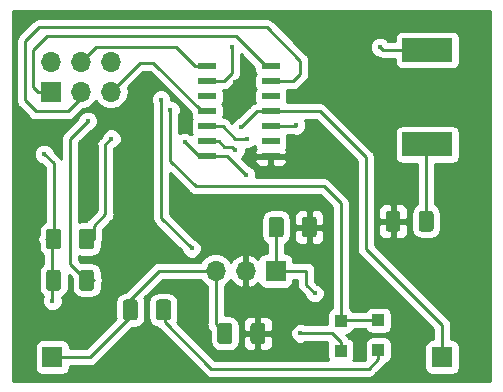
<source format=gbr>
G04 #@! TF.GenerationSoftware,KiCad,Pcbnew,(5.0.1)-rc2*
G04 #@! TF.CreationDate,2018-12-08T16:36:10-05:00*
G04 #@! TF.ProjectId,megadesk,6D6567616465736B2E6B696361645F70,rev?*
G04 #@! TF.SameCoordinates,Original*
G04 #@! TF.FileFunction,Copper,L2,Bot,Signal*
G04 #@! TF.FilePolarity,Positive*
%FSLAX46Y46*%
G04 Gerber Fmt 4.6, Leading zero omitted, Abs format (unit mm)*
G04 Created by KiCad (PCBNEW (5.0.1)-rc2) date 2018-12-08 4:36:10 PM*
%MOMM*%
%LPD*%
G01*
G04 APERTURE LIST*
G04 #@! TA.AperFunction,SMDPad,CuDef*
%ADD10R,1.500000X0.600000*%
G04 #@! TD*
G04 #@! TA.AperFunction,SMDPad,CuDef*
%ADD11R,1.000000X1.000000*%
G04 #@! TD*
G04 #@! TA.AperFunction,ComponentPad*
%ADD12R,1.700000X1.700000*%
G04 #@! TD*
G04 #@! TA.AperFunction,ComponentPad*
%ADD13O,1.700000X1.700000*%
G04 #@! TD*
G04 #@! TA.AperFunction,SMDPad,CuDef*
%ADD14R,4.200000X2.000000*%
G04 #@! TD*
G04 #@! TA.AperFunction,Conductor*
%ADD15C,0.100000*%
G04 #@! TD*
G04 #@! TA.AperFunction,SMDPad,CuDef*
%ADD16C,1.250000*%
G04 #@! TD*
G04 #@! TA.AperFunction,ViaPad*
%ADD17C,0.450000*%
G04 #@! TD*
G04 #@! TA.AperFunction,Conductor*
%ADD18C,0.250000*%
G04 #@! TD*
G04 #@! TA.AperFunction,Conductor*
%ADD19C,0.254000*%
G04 #@! TD*
G04 APERTURE END LIST*
D10*
G04 #@! TO.P,U3,1*
G04 #@! TO.N,+5V*
X115800000Y-117600000D03*
G04 #@! TO.P,U3,2*
G04 #@! TO.N,Bup*
X115800000Y-116330000D03*
G04 #@! TO.P,U3,3*
G04 #@! TO.N,Bdown*
X115800000Y-115060000D03*
G04 #@! TO.P,U3,4*
G04 #@! TO.N,RST*
X115800000Y-113790000D03*
G04 #@! TO.P,U3,5*
G04 #@! TO.N,N/C*
X115800000Y-112520000D03*
G04 #@! TO.P,U3,6*
G04 #@! TO.N,Net-(BZ1-Pad1)*
X115800000Y-111250000D03*
G04 #@! TO.P,U3,7*
G04 #@! TO.N,MOSI*
X115800000Y-109980000D03*
G04 #@! TO.P,U3,8*
G04 #@! TO.N,MISO*
X121200000Y-109980000D03*
G04 #@! TO.P,U3,9*
G04 #@! TO.N,SCK*
X121200000Y-111250000D03*
G04 #@! TO.P,U3,10*
G04 #@! TO.N,N/C*
X121200000Y-112520000D03*
G04 #@! TO.P,U3,11*
G04 #@! TO.N,Net-(R3-Pad2)*
X121200000Y-113790000D03*
G04 #@! TO.P,U3,12*
G04 #@! TO.N,Net-(U3-Pad12)*
X121200000Y-115060000D03*
G04 #@! TO.P,U3,13*
G04 #@! TO.N,N/C*
X121200000Y-116330000D03*
G04 #@! TO.P,U3,14*
G04 #@! TO.N,GND*
X121200000Y-117600000D03*
G04 #@! TD*
D11*
G04 #@! TO.P,D2,1*
G04 #@! TO.N,Net-(D2-Pad1)*
X130300000Y-134000000D03*
G04 #@! TO.P,D2,2*
G04 #@! TO.N,Net-(D1-Pad1)*
X130300000Y-131500000D03*
G04 #@! TD*
G04 #@! TO.P,D1,1*
G04 #@! TO.N,Net-(D1-Pad1)*
X127100000Y-131550000D03*
G04 #@! TO.P,D1,2*
G04 #@! TO.N,+12V*
X127100000Y-134050000D03*
G04 #@! TD*
D12*
G04 #@! TO.P,J1,1*
G04 #@! TO.N,+24V*
X121600000Y-127300000D03*
D13*
G04 #@! TO.P,J1,2*
G04 #@! TO.N,GND*
X119060000Y-127300000D03*
G04 #@! TO.P,J1,3*
G04 #@! TO.N,LINBUS*
X116520000Y-127300000D03*
G04 #@! TD*
D12*
G04 #@! TO.P,TP2,1*
G04 #@! TO.N,LINBUS*
X102700000Y-134600000D03*
G04 #@! TD*
G04 #@! TO.P,TP1,1*
G04 #@! TO.N,Net-(R3-Pad2)*
X135700000Y-134600000D03*
G04 #@! TD*
G04 #@! TO.P,CON1,1*
G04 #@! TO.N,MISO*
X102560000Y-112140000D03*
D13*
G04 #@! TO.P,CON1,2*
G04 #@! TO.N,+5V*
X102560000Y-109600000D03*
G04 #@! TO.P,CON1,3*
G04 #@! TO.N,SCK*
X105100000Y-112140000D03*
G04 #@! TO.P,CON1,4*
G04 #@! TO.N,MOSI*
X105100000Y-109600000D03*
G04 #@! TO.P,CON1,5*
G04 #@! TO.N,RST*
X107640000Y-112140000D03*
G04 #@! TO.P,CON1,6*
G04 #@! TO.N,GND*
X107640000Y-109600000D03*
G04 #@! TD*
D14*
G04 #@! TO.P,BZ1,1*
G04 #@! TO.N,Net-(BZ1-Pad1)*
X134450000Y-108600000D03*
G04 #@! TO.P,BZ1,2*
G04 #@! TO.N,Net-(BZ1-Pad2)*
X134450000Y-116600000D03*
G04 #@! TD*
D15*
G04 #@! TO.N,+24V*
G04 #@! TO.C,C1*
G36*
X122049504Y-122726204D02*
X122073773Y-122729804D01*
X122097571Y-122735765D01*
X122120671Y-122744030D01*
X122142849Y-122754520D01*
X122163893Y-122767133D01*
X122183598Y-122781747D01*
X122201777Y-122798223D01*
X122218253Y-122816402D01*
X122232867Y-122836107D01*
X122245480Y-122857151D01*
X122255970Y-122879329D01*
X122264235Y-122902429D01*
X122270196Y-122926227D01*
X122273796Y-122950496D01*
X122275000Y-122975000D01*
X122275000Y-124225000D01*
X122273796Y-124249504D01*
X122270196Y-124273773D01*
X122264235Y-124297571D01*
X122255970Y-124320671D01*
X122245480Y-124342849D01*
X122232867Y-124363893D01*
X122218253Y-124383598D01*
X122201777Y-124401777D01*
X122183598Y-124418253D01*
X122163893Y-124432867D01*
X122142849Y-124445480D01*
X122120671Y-124455970D01*
X122097571Y-124464235D01*
X122073773Y-124470196D01*
X122049504Y-124473796D01*
X122025000Y-124475000D01*
X121275000Y-124475000D01*
X121250496Y-124473796D01*
X121226227Y-124470196D01*
X121202429Y-124464235D01*
X121179329Y-124455970D01*
X121157151Y-124445480D01*
X121136107Y-124432867D01*
X121116402Y-124418253D01*
X121098223Y-124401777D01*
X121081747Y-124383598D01*
X121067133Y-124363893D01*
X121054520Y-124342849D01*
X121044030Y-124320671D01*
X121035765Y-124297571D01*
X121029804Y-124273773D01*
X121026204Y-124249504D01*
X121025000Y-124225000D01*
X121025000Y-122975000D01*
X121026204Y-122950496D01*
X121029804Y-122926227D01*
X121035765Y-122902429D01*
X121044030Y-122879329D01*
X121054520Y-122857151D01*
X121067133Y-122836107D01*
X121081747Y-122816402D01*
X121098223Y-122798223D01*
X121116402Y-122781747D01*
X121136107Y-122767133D01*
X121157151Y-122754520D01*
X121179329Y-122744030D01*
X121202429Y-122735765D01*
X121226227Y-122729804D01*
X121250496Y-122726204D01*
X121275000Y-122725000D01*
X122025000Y-122725000D01*
X122049504Y-122726204D01*
X122049504Y-122726204D01*
G37*
D16*
G04 #@! TD*
G04 #@! TO.P,C1,1*
G04 #@! TO.N,+24V*
X121650000Y-123600000D03*
D15*
G04 #@! TO.N,GND*
G04 #@! TO.C,C1*
G36*
X124849504Y-122726204D02*
X124873773Y-122729804D01*
X124897571Y-122735765D01*
X124920671Y-122744030D01*
X124942849Y-122754520D01*
X124963893Y-122767133D01*
X124983598Y-122781747D01*
X125001777Y-122798223D01*
X125018253Y-122816402D01*
X125032867Y-122836107D01*
X125045480Y-122857151D01*
X125055970Y-122879329D01*
X125064235Y-122902429D01*
X125070196Y-122926227D01*
X125073796Y-122950496D01*
X125075000Y-122975000D01*
X125075000Y-124225000D01*
X125073796Y-124249504D01*
X125070196Y-124273773D01*
X125064235Y-124297571D01*
X125055970Y-124320671D01*
X125045480Y-124342849D01*
X125032867Y-124363893D01*
X125018253Y-124383598D01*
X125001777Y-124401777D01*
X124983598Y-124418253D01*
X124963893Y-124432867D01*
X124942849Y-124445480D01*
X124920671Y-124455970D01*
X124897571Y-124464235D01*
X124873773Y-124470196D01*
X124849504Y-124473796D01*
X124825000Y-124475000D01*
X124075000Y-124475000D01*
X124050496Y-124473796D01*
X124026227Y-124470196D01*
X124002429Y-124464235D01*
X123979329Y-124455970D01*
X123957151Y-124445480D01*
X123936107Y-124432867D01*
X123916402Y-124418253D01*
X123898223Y-124401777D01*
X123881747Y-124383598D01*
X123867133Y-124363893D01*
X123854520Y-124342849D01*
X123844030Y-124320671D01*
X123835765Y-124297571D01*
X123829804Y-124273773D01*
X123826204Y-124249504D01*
X123825000Y-124225000D01*
X123825000Y-122975000D01*
X123826204Y-122950496D01*
X123829804Y-122926227D01*
X123835765Y-122902429D01*
X123844030Y-122879329D01*
X123854520Y-122857151D01*
X123867133Y-122836107D01*
X123881747Y-122816402D01*
X123898223Y-122798223D01*
X123916402Y-122781747D01*
X123936107Y-122767133D01*
X123957151Y-122754520D01*
X123979329Y-122744030D01*
X124002429Y-122735765D01*
X124026227Y-122729804D01*
X124050496Y-122726204D01*
X124075000Y-122725000D01*
X124825000Y-122725000D01*
X124849504Y-122726204D01*
X124849504Y-122726204D01*
G37*
D16*
G04 #@! TD*
G04 #@! TO.P,C1,2*
G04 #@! TO.N,GND*
X124450000Y-123600000D03*
D15*
G04 #@! TO.N,LINBUS*
G04 #@! TO.C,C6*
G36*
X117699504Y-131726204D02*
X117723773Y-131729804D01*
X117747571Y-131735765D01*
X117770671Y-131744030D01*
X117792849Y-131754520D01*
X117813893Y-131767133D01*
X117833598Y-131781747D01*
X117851777Y-131798223D01*
X117868253Y-131816402D01*
X117882867Y-131836107D01*
X117895480Y-131857151D01*
X117905970Y-131879329D01*
X117914235Y-131902429D01*
X117920196Y-131926227D01*
X117923796Y-131950496D01*
X117925000Y-131975000D01*
X117925000Y-133225000D01*
X117923796Y-133249504D01*
X117920196Y-133273773D01*
X117914235Y-133297571D01*
X117905970Y-133320671D01*
X117895480Y-133342849D01*
X117882867Y-133363893D01*
X117868253Y-133383598D01*
X117851777Y-133401777D01*
X117833598Y-133418253D01*
X117813893Y-133432867D01*
X117792849Y-133445480D01*
X117770671Y-133455970D01*
X117747571Y-133464235D01*
X117723773Y-133470196D01*
X117699504Y-133473796D01*
X117675000Y-133475000D01*
X116925000Y-133475000D01*
X116900496Y-133473796D01*
X116876227Y-133470196D01*
X116852429Y-133464235D01*
X116829329Y-133455970D01*
X116807151Y-133445480D01*
X116786107Y-133432867D01*
X116766402Y-133418253D01*
X116748223Y-133401777D01*
X116731747Y-133383598D01*
X116717133Y-133363893D01*
X116704520Y-133342849D01*
X116694030Y-133320671D01*
X116685765Y-133297571D01*
X116679804Y-133273773D01*
X116676204Y-133249504D01*
X116675000Y-133225000D01*
X116675000Y-131975000D01*
X116676204Y-131950496D01*
X116679804Y-131926227D01*
X116685765Y-131902429D01*
X116694030Y-131879329D01*
X116704520Y-131857151D01*
X116717133Y-131836107D01*
X116731747Y-131816402D01*
X116748223Y-131798223D01*
X116766402Y-131781747D01*
X116786107Y-131767133D01*
X116807151Y-131754520D01*
X116829329Y-131744030D01*
X116852429Y-131735765D01*
X116876227Y-131729804D01*
X116900496Y-131726204D01*
X116925000Y-131725000D01*
X117675000Y-131725000D01*
X117699504Y-131726204D01*
X117699504Y-131726204D01*
G37*
D16*
G04 #@! TD*
G04 #@! TO.P,C6,1*
G04 #@! TO.N,LINBUS*
X117300000Y-132600000D03*
D15*
G04 #@! TO.N,GND*
G04 #@! TO.C,C6*
G36*
X120499504Y-131726204D02*
X120523773Y-131729804D01*
X120547571Y-131735765D01*
X120570671Y-131744030D01*
X120592849Y-131754520D01*
X120613893Y-131767133D01*
X120633598Y-131781747D01*
X120651777Y-131798223D01*
X120668253Y-131816402D01*
X120682867Y-131836107D01*
X120695480Y-131857151D01*
X120705970Y-131879329D01*
X120714235Y-131902429D01*
X120720196Y-131926227D01*
X120723796Y-131950496D01*
X120725000Y-131975000D01*
X120725000Y-133225000D01*
X120723796Y-133249504D01*
X120720196Y-133273773D01*
X120714235Y-133297571D01*
X120705970Y-133320671D01*
X120695480Y-133342849D01*
X120682867Y-133363893D01*
X120668253Y-133383598D01*
X120651777Y-133401777D01*
X120633598Y-133418253D01*
X120613893Y-133432867D01*
X120592849Y-133445480D01*
X120570671Y-133455970D01*
X120547571Y-133464235D01*
X120523773Y-133470196D01*
X120499504Y-133473796D01*
X120475000Y-133475000D01*
X119725000Y-133475000D01*
X119700496Y-133473796D01*
X119676227Y-133470196D01*
X119652429Y-133464235D01*
X119629329Y-133455970D01*
X119607151Y-133445480D01*
X119586107Y-133432867D01*
X119566402Y-133418253D01*
X119548223Y-133401777D01*
X119531747Y-133383598D01*
X119517133Y-133363893D01*
X119504520Y-133342849D01*
X119494030Y-133320671D01*
X119485765Y-133297571D01*
X119479804Y-133273773D01*
X119476204Y-133249504D01*
X119475000Y-133225000D01*
X119475000Y-131975000D01*
X119476204Y-131950496D01*
X119479804Y-131926227D01*
X119485765Y-131902429D01*
X119494030Y-131879329D01*
X119504520Y-131857151D01*
X119517133Y-131836107D01*
X119531747Y-131816402D01*
X119548223Y-131798223D01*
X119566402Y-131781747D01*
X119586107Y-131767133D01*
X119607151Y-131754520D01*
X119629329Y-131744030D01*
X119652429Y-131735765D01*
X119676227Y-131729804D01*
X119700496Y-131726204D01*
X119725000Y-131725000D01*
X120475000Y-131725000D01*
X120499504Y-131726204D01*
X120499504Y-131726204D01*
G37*
D16*
G04 #@! TD*
G04 #@! TO.P,C6,2*
G04 #@! TO.N,GND*
X120100000Y-132600000D03*
D15*
G04 #@! TO.N,Net-(BZ1-Pad2)*
G04 #@! TO.C,R1*
G36*
X134749504Y-122226204D02*
X134773773Y-122229804D01*
X134797571Y-122235765D01*
X134820671Y-122244030D01*
X134842849Y-122254520D01*
X134863893Y-122267133D01*
X134883598Y-122281747D01*
X134901777Y-122298223D01*
X134918253Y-122316402D01*
X134932867Y-122336107D01*
X134945480Y-122357151D01*
X134955970Y-122379329D01*
X134964235Y-122402429D01*
X134970196Y-122426227D01*
X134973796Y-122450496D01*
X134975000Y-122475000D01*
X134975000Y-123725000D01*
X134973796Y-123749504D01*
X134970196Y-123773773D01*
X134964235Y-123797571D01*
X134955970Y-123820671D01*
X134945480Y-123842849D01*
X134932867Y-123863893D01*
X134918253Y-123883598D01*
X134901777Y-123901777D01*
X134883598Y-123918253D01*
X134863893Y-123932867D01*
X134842849Y-123945480D01*
X134820671Y-123955970D01*
X134797571Y-123964235D01*
X134773773Y-123970196D01*
X134749504Y-123973796D01*
X134725000Y-123975000D01*
X133975000Y-123975000D01*
X133950496Y-123973796D01*
X133926227Y-123970196D01*
X133902429Y-123964235D01*
X133879329Y-123955970D01*
X133857151Y-123945480D01*
X133836107Y-123932867D01*
X133816402Y-123918253D01*
X133798223Y-123901777D01*
X133781747Y-123883598D01*
X133767133Y-123863893D01*
X133754520Y-123842849D01*
X133744030Y-123820671D01*
X133735765Y-123797571D01*
X133729804Y-123773773D01*
X133726204Y-123749504D01*
X133725000Y-123725000D01*
X133725000Y-122475000D01*
X133726204Y-122450496D01*
X133729804Y-122426227D01*
X133735765Y-122402429D01*
X133744030Y-122379329D01*
X133754520Y-122357151D01*
X133767133Y-122336107D01*
X133781747Y-122316402D01*
X133798223Y-122298223D01*
X133816402Y-122281747D01*
X133836107Y-122267133D01*
X133857151Y-122254520D01*
X133879329Y-122244030D01*
X133902429Y-122235765D01*
X133926227Y-122229804D01*
X133950496Y-122226204D01*
X133975000Y-122225000D01*
X134725000Y-122225000D01*
X134749504Y-122226204D01*
X134749504Y-122226204D01*
G37*
D16*
G04 #@! TD*
G04 #@! TO.P,R1,1*
G04 #@! TO.N,Net-(BZ1-Pad2)*
X134350000Y-123100000D03*
D15*
G04 #@! TO.N,GND*
G04 #@! TO.C,R1*
G36*
X131949504Y-122226204D02*
X131973773Y-122229804D01*
X131997571Y-122235765D01*
X132020671Y-122244030D01*
X132042849Y-122254520D01*
X132063893Y-122267133D01*
X132083598Y-122281747D01*
X132101777Y-122298223D01*
X132118253Y-122316402D01*
X132132867Y-122336107D01*
X132145480Y-122357151D01*
X132155970Y-122379329D01*
X132164235Y-122402429D01*
X132170196Y-122426227D01*
X132173796Y-122450496D01*
X132175000Y-122475000D01*
X132175000Y-123725000D01*
X132173796Y-123749504D01*
X132170196Y-123773773D01*
X132164235Y-123797571D01*
X132155970Y-123820671D01*
X132145480Y-123842849D01*
X132132867Y-123863893D01*
X132118253Y-123883598D01*
X132101777Y-123901777D01*
X132083598Y-123918253D01*
X132063893Y-123932867D01*
X132042849Y-123945480D01*
X132020671Y-123955970D01*
X131997571Y-123964235D01*
X131973773Y-123970196D01*
X131949504Y-123973796D01*
X131925000Y-123975000D01*
X131175000Y-123975000D01*
X131150496Y-123973796D01*
X131126227Y-123970196D01*
X131102429Y-123964235D01*
X131079329Y-123955970D01*
X131057151Y-123945480D01*
X131036107Y-123932867D01*
X131016402Y-123918253D01*
X130998223Y-123901777D01*
X130981747Y-123883598D01*
X130967133Y-123863893D01*
X130954520Y-123842849D01*
X130944030Y-123820671D01*
X130935765Y-123797571D01*
X130929804Y-123773773D01*
X130926204Y-123749504D01*
X130925000Y-123725000D01*
X130925000Y-122475000D01*
X130926204Y-122450496D01*
X130929804Y-122426227D01*
X130935765Y-122402429D01*
X130944030Y-122379329D01*
X130954520Y-122357151D01*
X130967133Y-122336107D01*
X130981747Y-122316402D01*
X130998223Y-122298223D01*
X131016402Y-122281747D01*
X131036107Y-122267133D01*
X131057151Y-122254520D01*
X131079329Y-122244030D01*
X131102429Y-122235765D01*
X131126227Y-122229804D01*
X131150496Y-122226204D01*
X131175000Y-122225000D01*
X131925000Y-122225000D01*
X131949504Y-122226204D01*
X131949504Y-122226204D01*
G37*
D16*
G04 #@! TD*
G04 #@! TO.P,R1,2*
G04 #@! TO.N,GND*
X131550000Y-123100000D03*
D15*
G04 #@! TO.N,+5V*
G04 #@! TO.C,R3*
G36*
X103199504Y-123726204D02*
X103223773Y-123729804D01*
X103247571Y-123735765D01*
X103270671Y-123744030D01*
X103292849Y-123754520D01*
X103313893Y-123767133D01*
X103333598Y-123781747D01*
X103351777Y-123798223D01*
X103368253Y-123816402D01*
X103382867Y-123836107D01*
X103395480Y-123857151D01*
X103405970Y-123879329D01*
X103414235Y-123902429D01*
X103420196Y-123926227D01*
X103423796Y-123950496D01*
X103425000Y-123975000D01*
X103425000Y-125225000D01*
X103423796Y-125249504D01*
X103420196Y-125273773D01*
X103414235Y-125297571D01*
X103405970Y-125320671D01*
X103395480Y-125342849D01*
X103382867Y-125363893D01*
X103368253Y-125383598D01*
X103351777Y-125401777D01*
X103333598Y-125418253D01*
X103313893Y-125432867D01*
X103292849Y-125445480D01*
X103270671Y-125455970D01*
X103247571Y-125464235D01*
X103223773Y-125470196D01*
X103199504Y-125473796D01*
X103175000Y-125475000D01*
X102425000Y-125475000D01*
X102400496Y-125473796D01*
X102376227Y-125470196D01*
X102352429Y-125464235D01*
X102329329Y-125455970D01*
X102307151Y-125445480D01*
X102286107Y-125432867D01*
X102266402Y-125418253D01*
X102248223Y-125401777D01*
X102231747Y-125383598D01*
X102217133Y-125363893D01*
X102204520Y-125342849D01*
X102194030Y-125320671D01*
X102185765Y-125297571D01*
X102179804Y-125273773D01*
X102176204Y-125249504D01*
X102175000Y-125225000D01*
X102175000Y-123975000D01*
X102176204Y-123950496D01*
X102179804Y-123926227D01*
X102185765Y-123902429D01*
X102194030Y-123879329D01*
X102204520Y-123857151D01*
X102217133Y-123836107D01*
X102231747Y-123816402D01*
X102248223Y-123798223D01*
X102266402Y-123781747D01*
X102286107Y-123767133D01*
X102307151Y-123754520D01*
X102329329Y-123744030D01*
X102352429Y-123735765D01*
X102376227Y-123729804D01*
X102400496Y-123726204D01*
X102425000Y-123725000D01*
X103175000Y-123725000D01*
X103199504Y-123726204D01*
X103199504Y-123726204D01*
G37*
D16*
G04 #@! TD*
G04 #@! TO.P,R3,1*
G04 #@! TO.N,+5V*
X102800000Y-124600000D03*
D15*
G04 #@! TO.N,Net-(R3-Pad2)*
G04 #@! TO.C,R3*
G36*
X105999504Y-123726204D02*
X106023773Y-123729804D01*
X106047571Y-123735765D01*
X106070671Y-123744030D01*
X106092849Y-123754520D01*
X106113893Y-123767133D01*
X106133598Y-123781747D01*
X106151777Y-123798223D01*
X106168253Y-123816402D01*
X106182867Y-123836107D01*
X106195480Y-123857151D01*
X106205970Y-123879329D01*
X106214235Y-123902429D01*
X106220196Y-123926227D01*
X106223796Y-123950496D01*
X106225000Y-123975000D01*
X106225000Y-125225000D01*
X106223796Y-125249504D01*
X106220196Y-125273773D01*
X106214235Y-125297571D01*
X106205970Y-125320671D01*
X106195480Y-125342849D01*
X106182867Y-125363893D01*
X106168253Y-125383598D01*
X106151777Y-125401777D01*
X106133598Y-125418253D01*
X106113893Y-125432867D01*
X106092849Y-125445480D01*
X106070671Y-125455970D01*
X106047571Y-125464235D01*
X106023773Y-125470196D01*
X105999504Y-125473796D01*
X105975000Y-125475000D01*
X105225000Y-125475000D01*
X105200496Y-125473796D01*
X105176227Y-125470196D01*
X105152429Y-125464235D01*
X105129329Y-125455970D01*
X105107151Y-125445480D01*
X105086107Y-125432867D01*
X105066402Y-125418253D01*
X105048223Y-125401777D01*
X105031747Y-125383598D01*
X105017133Y-125363893D01*
X105004520Y-125342849D01*
X104994030Y-125320671D01*
X104985765Y-125297571D01*
X104979804Y-125273773D01*
X104976204Y-125249504D01*
X104975000Y-125225000D01*
X104975000Y-123975000D01*
X104976204Y-123950496D01*
X104979804Y-123926227D01*
X104985765Y-123902429D01*
X104994030Y-123879329D01*
X105004520Y-123857151D01*
X105017133Y-123836107D01*
X105031747Y-123816402D01*
X105048223Y-123798223D01*
X105066402Y-123781747D01*
X105086107Y-123767133D01*
X105107151Y-123754520D01*
X105129329Y-123744030D01*
X105152429Y-123735765D01*
X105176227Y-123729804D01*
X105200496Y-123726204D01*
X105225000Y-123725000D01*
X105975000Y-123725000D01*
X105999504Y-123726204D01*
X105999504Y-123726204D01*
G37*
D16*
G04 #@! TD*
G04 #@! TO.P,R3,2*
G04 #@! TO.N,Net-(R3-Pad2)*
X105600000Y-124600000D03*
D15*
G04 #@! TO.N,+5V*
G04 #@! TO.C,R4*
G36*
X103199504Y-127226204D02*
X103223773Y-127229804D01*
X103247571Y-127235765D01*
X103270671Y-127244030D01*
X103292849Y-127254520D01*
X103313893Y-127267133D01*
X103333598Y-127281747D01*
X103351777Y-127298223D01*
X103368253Y-127316402D01*
X103382867Y-127336107D01*
X103395480Y-127357151D01*
X103405970Y-127379329D01*
X103414235Y-127402429D01*
X103420196Y-127426227D01*
X103423796Y-127450496D01*
X103425000Y-127475000D01*
X103425000Y-128725000D01*
X103423796Y-128749504D01*
X103420196Y-128773773D01*
X103414235Y-128797571D01*
X103405970Y-128820671D01*
X103395480Y-128842849D01*
X103382867Y-128863893D01*
X103368253Y-128883598D01*
X103351777Y-128901777D01*
X103333598Y-128918253D01*
X103313893Y-128932867D01*
X103292849Y-128945480D01*
X103270671Y-128955970D01*
X103247571Y-128964235D01*
X103223773Y-128970196D01*
X103199504Y-128973796D01*
X103175000Y-128975000D01*
X102425000Y-128975000D01*
X102400496Y-128973796D01*
X102376227Y-128970196D01*
X102352429Y-128964235D01*
X102329329Y-128955970D01*
X102307151Y-128945480D01*
X102286107Y-128932867D01*
X102266402Y-128918253D01*
X102248223Y-128901777D01*
X102231747Y-128883598D01*
X102217133Y-128863893D01*
X102204520Y-128842849D01*
X102194030Y-128820671D01*
X102185765Y-128797571D01*
X102179804Y-128773773D01*
X102176204Y-128749504D01*
X102175000Y-128725000D01*
X102175000Y-127475000D01*
X102176204Y-127450496D01*
X102179804Y-127426227D01*
X102185765Y-127402429D01*
X102194030Y-127379329D01*
X102204520Y-127357151D01*
X102217133Y-127336107D01*
X102231747Y-127316402D01*
X102248223Y-127298223D01*
X102266402Y-127281747D01*
X102286107Y-127267133D01*
X102307151Y-127254520D01*
X102329329Y-127244030D01*
X102352429Y-127235765D01*
X102376227Y-127229804D01*
X102400496Y-127226204D01*
X102425000Y-127225000D01*
X103175000Y-127225000D01*
X103199504Y-127226204D01*
X103199504Y-127226204D01*
G37*
D16*
G04 #@! TD*
G04 #@! TO.P,R4,2*
G04 #@! TO.N,+5V*
X102800000Y-128100000D03*
D15*
G04 #@! TO.N,Net-(R4-Pad1)*
G04 #@! TO.C,R4*
G36*
X105999504Y-127226204D02*
X106023773Y-127229804D01*
X106047571Y-127235765D01*
X106070671Y-127244030D01*
X106092849Y-127254520D01*
X106113893Y-127267133D01*
X106133598Y-127281747D01*
X106151777Y-127298223D01*
X106168253Y-127316402D01*
X106182867Y-127336107D01*
X106195480Y-127357151D01*
X106205970Y-127379329D01*
X106214235Y-127402429D01*
X106220196Y-127426227D01*
X106223796Y-127450496D01*
X106225000Y-127475000D01*
X106225000Y-128725000D01*
X106223796Y-128749504D01*
X106220196Y-128773773D01*
X106214235Y-128797571D01*
X106205970Y-128820671D01*
X106195480Y-128842849D01*
X106182867Y-128863893D01*
X106168253Y-128883598D01*
X106151777Y-128901777D01*
X106133598Y-128918253D01*
X106113893Y-128932867D01*
X106092849Y-128945480D01*
X106070671Y-128955970D01*
X106047571Y-128964235D01*
X106023773Y-128970196D01*
X105999504Y-128973796D01*
X105975000Y-128975000D01*
X105225000Y-128975000D01*
X105200496Y-128973796D01*
X105176227Y-128970196D01*
X105152429Y-128964235D01*
X105129329Y-128955970D01*
X105107151Y-128945480D01*
X105086107Y-128932867D01*
X105066402Y-128918253D01*
X105048223Y-128901777D01*
X105031747Y-128883598D01*
X105017133Y-128863893D01*
X105004520Y-128842849D01*
X104994030Y-128820671D01*
X104985765Y-128797571D01*
X104979804Y-128773773D01*
X104976204Y-128749504D01*
X104975000Y-128725000D01*
X104975000Y-127475000D01*
X104976204Y-127450496D01*
X104979804Y-127426227D01*
X104985765Y-127402429D01*
X104994030Y-127379329D01*
X105004520Y-127357151D01*
X105017133Y-127336107D01*
X105031747Y-127316402D01*
X105048223Y-127298223D01*
X105066402Y-127281747D01*
X105086107Y-127267133D01*
X105107151Y-127254520D01*
X105129329Y-127244030D01*
X105152429Y-127235765D01*
X105176227Y-127229804D01*
X105200496Y-127226204D01*
X105225000Y-127225000D01*
X105975000Y-127225000D01*
X105999504Y-127226204D01*
X105999504Y-127226204D01*
G37*
D16*
G04 #@! TD*
G04 #@! TO.P,R4,1*
G04 #@! TO.N,Net-(R4-Pad1)*
X105600000Y-128100000D03*
D15*
G04 #@! TO.N,Net-(D2-Pad1)*
G04 #@! TO.C,R6*
G36*
X112499504Y-129726204D02*
X112523773Y-129729804D01*
X112547571Y-129735765D01*
X112570671Y-129744030D01*
X112592849Y-129754520D01*
X112613893Y-129767133D01*
X112633598Y-129781747D01*
X112651777Y-129798223D01*
X112668253Y-129816402D01*
X112682867Y-129836107D01*
X112695480Y-129857151D01*
X112705970Y-129879329D01*
X112714235Y-129902429D01*
X112720196Y-129926227D01*
X112723796Y-129950496D01*
X112725000Y-129975000D01*
X112725000Y-131225000D01*
X112723796Y-131249504D01*
X112720196Y-131273773D01*
X112714235Y-131297571D01*
X112705970Y-131320671D01*
X112695480Y-131342849D01*
X112682867Y-131363893D01*
X112668253Y-131383598D01*
X112651777Y-131401777D01*
X112633598Y-131418253D01*
X112613893Y-131432867D01*
X112592849Y-131445480D01*
X112570671Y-131455970D01*
X112547571Y-131464235D01*
X112523773Y-131470196D01*
X112499504Y-131473796D01*
X112475000Y-131475000D01*
X111725000Y-131475000D01*
X111700496Y-131473796D01*
X111676227Y-131470196D01*
X111652429Y-131464235D01*
X111629329Y-131455970D01*
X111607151Y-131445480D01*
X111586107Y-131432867D01*
X111566402Y-131418253D01*
X111548223Y-131401777D01*
X111531747Y-131383598D01*
X111517133Y-131363893D01*
X111504520Y-131342849D01*
X111494030Y-131320671D01*
X111485765Y-131297571D01*
X111479804Y-131273773D01*
X111476204Y-131249504D01*
X111475000Y-131225000D01*
X111475000Y-129975000D01*
X111476204Y-129950496D01*
X111479804Y-129926227D01*
X111485765Y-129902429D01*
X111494030Y-129879329D01*
X111504520Y-129857151D01*
X111517133Y-129836107D01*
X111531747Y-129816402D01*
X111548223Y-129798223D01*
X111566402Y-129781747D01*
X111586107Y-129767133D01*
X111607151Y-129754520D01*
X111629329Y-129744030D01*
X111652429Y-129735765D01*
X111676227Y-129729804D01*
X111700496Y-129726204D01*
X111725000Y-129725000D01*
X112475000Y-129725000D01*
X112499504Y-129726204D01*
X112499504Y-129726204D01*
G37*
D16*
G04 #@! TD*
G04 #@! TO.P,R6,1*
G04 #@! TO.N,Net-(D2-Pad1)*
X112100000Y-130600000D03*
D15*
G04 #@! TO.N,LINBUS*
G04 #@! TO.C,R6*
G36*
X109699504Y-129726204D02*
X109723773Y-129729804D01*
X109747571Y-129735765D01*
X109770671Y-129744030D01*
X109792849Y-129754520D01*
X109813893Y-129767133D01*
X109833598Y-129781747D01*
X109851777Y-129798223D01*
X109868253Y-129816402D01*
X109882867Y-129836107D01*
X109895480Y-129857151D01*
X109905970Y-129879329D01*
X109914235Y-129902429D01*
X109920196Y-129926227D01*
X109923796Y-129950496D01*
X109925000Y-129975000D01*
X109925000Y-131225000D01*
X109923796Y-131249504D01*
X109920196Y-131273773D01*
X109914235Y-131297571D01*
X109905970Y-131320671D01*
X109895480Y-131342849D01*
X109882867Y-131363893D01*
X109868253Y-131383598D01*
X109851777Y-131401777D01*
X109833598Y-131418253D01*
X109813893Y-131432867D01*
X109792849Y-131445480D01*
X109770671Y-131455970D01*
X109747571Y-131464235D01*
X109723773Y-131470196D01*
X109699504Y-131473796D01*
X109675000Y-131475000D01*
X108925000Y-131475000D01*
X108900496Y-131473796D01*
X108876227Y-131470196D01*
X108852429Y-131464235D01*
X108829329Y-131455970D01*
X108807151Y-131445480D01*
X108786107Y-131432867D01*
X108766402Y-131418253D01*
X108748223Y-131401777D01*
X108731747Y-131383598D01*
X108717133Y-131363893D01*
X108704520Y-131342849D01*
X108694030Y-131320671D01*
X108685765Y-131297571D01*
X108679804Y-131273773D01*
X108676204Y-131249504D01*
X108675000Y-131225000D01*
X108675000Y-129975000D01*
X108676204Y-129950496D01*
X108679804Y-129926227D01*
X108685765Y-129902429D01*
X108694030Y-129879329D01*
X108704520Y-129857151D01*
X108717133Y-129836107D01*
X108731747Y-129816402D01*
X108748223Y-129798223D01*
X108766402Y-129781747D01*
X108786107Y-129767133D01*
X108807151Y-129754520D01*
X108829329Y-129744030D01*
X108852429Y-129735765D01*
X108876227Y-129729804D01*
X108900496Y-129726204D01*
X108925000Y-129725000D01*
X109675000Y-129725000D01*
X109699504Y-129726204D01*
X109699504Y-129726204D01*
G37*
D16*
G04 #@! TD*
G04 #@! TO.P,R6,2*
G04 #@! TO.N,LINBUS*
X109300000Y-130600000D03*
D17*
G04 #@! TO.N,+5V*
X102000000Y-117400000D03*
X113900000Y-116400000D03*
X119100000Y-119200000D03*
X102700000Y-129850000D03*
G04 #@! TO.N,GND*
X118200000Y-111350000D03*
X122450000Y-105850000D03*
G04 #@! TO.N,+12V*
X123700000Y-132600000D03*
G04 #@! TO.N,LINBUS*
X111900000Y-112800000D03*
X114500000Y-125400000D03*
G04 #@! TO.N,+24V*
X124900000Y-129200000D03*
G04 #@! TO.N,Net-(U3-Pad12)*
X123352840Y-114990696D03*
G04 #@! TO.N,Net-(D1-Pad1)*
X112700000Y-113669537D03*
G04 #@! TO.N,Net-(R3-Pad2)*
X107700000Y-116100000D03*
X118700000Y-115100000D03*
G04 #@! TO.N,Net-(R4-Pad1)*
X105700000Y-114600000D03*
G04 #@! TO.N,Bup*
X118200000Y-117100000D03*
G04 #@! TO.N,Bdown*
X119200000Y-116100000D03*
G04 #@! TO.N,Net-(BZ1-Pad1)*
X117875000Y-108350000D03*
X130450000Y-108350000D03*
G04 #@! TD*
D18*
G04 #@! TO.N,+5V*
X115800000Y-117600000D02*
X115100000Y-117600000D01*
X115100000Y-117600000D02*
X113900000Y-116400000D01*
X117500000Y-117600000D02*
X115800000Y-117600000D01*
X119100000Y-119200000D02*
X117500000Y-117600000D01*
X102200000Y-124600000D02*
X102700000Y-125100000D01*
X102700000Y-125100000D02*
X102700000Y-127600000D01*
X102700000Y-128200000D02*
X102800000Y-128100000D01*
X102700000Y-129850000D02*
X102700000Y-128200000D01*
X102800000Y-118200000D02*
X102000000Y-117400000D01*
X102800000Y-124600000D02*
X102800000Y-118200000D01*
G04 #@! TO.N,+12V*
X127100000Y-133300000D02*
X127100000Y-134050000D01*
X126400000Y-132600000D02*
X127100000Y-133300000D01*
X123700000Y-132600000D02*
X126400000Y-132600000D01*
G04 #@! TO.N,LINBUS*
X114500000Y-125400000D02*
X111900000Y-122800000D01*
X111900000Y-122800000D02*
X111900000Y-112800000D01*
X116150000Y-127300000D02*
X116520000Y-127300000D01*
X111750000Y-127300000D02*
X116520000Y-127300000D01*
X109200000Y-129850000D02*
X111750000Y-127300000D01*
X109200000Y-131250000D02*
X109200000Y-129850000D01*
X102700000Y-134600000D02*
X105850000Y-134600000D01*
X105850000Y-134600000D02*
X109200000Y-131250000D01*
X116520000Y-131820000D02*
X117300000Y-132600000D01*
X116520000Y-127300000D02*
X116520000Y-131820000D01*
G04 #@! TO.N,MISO*
X120750000Y-109980000D02*
X121200000Y-109980000D01*
X102243926Y-107451791D02*
X118221791Y-107451791D01*
X118221791Y-107451791D02*
X120750000Y-109980000D01*
X101052834Y-108642883D02*
X102243926Y-107451791D01*
X101052834Y-111732834D02*
X101052834Y-108642883D01*
X101460000Y-112140000D02*
X101052834Y-111732834D01*
X102560000Y-112140000D02*
X101460000Y-112140000D01*
G04 #@! TO.N,SCK*
X105100000Y-112140000D02*
X105100000Y-112705286D01*
X100381951Y-107869249D02*
X101585024Y-106666176D01*
X105100000Y-112705286D02*
X104017895Y-113787391D01*
X104017895Y-113787391D02*
X101306257Y-113787391D01*
X101306257Y-113787391D02*
X100381951Y-112863085D01*
X123050000Y-111250000D02*
X121200000Y-111250000D01*
X100381951Y-112863085D02*
X100381951Y-107869249D01*
X120843038Y-106666176D02*
X123696329Y-109519467D01*
X101585024Y-106666176D02*
X120843038Y-106666176D01*
X123696329Y-109519467D02*
X123696329Y-110603671D01*
X123696329Y-110603671D02*
X123050000Y-111250000D01*
G04 #@! TO.N,MOSI*
X105100000Y-109600000D02*
X106375001Y-108324999D01*
X106375001Y-108324999D02*
X113144999Y-108324999D01*
X113144999Y-108324999D02*
X114800000Y-109980000D01*
X114800000Y-109980000D02*
X115800000Y-109980000D01*
G04 #@! TO.N,RST*
X107640000Y-112140000D02*
X110079871Y-109700129D01*
X110079871Y-109700129D02*
X111255127Y-109700129D01*
X115342389Y-113787391D02*
X115797391Y-113787391D01*
X111255127Y-109700129D02*
X115342389Y-113787391D01*
X115797391Y-113787391D02*
X115800000Y-113790000D01*
G04 #@! TO.N,+24V*
X121600000Y-123650000D02*
X121650000Y-123600000D01*
X121600000Y-127300000D02*
X121600000Y-123650000D01*
X124200000Y-127300000D02*
X121600000Y-127300000D01*
X124900000Y-129200000D02*
X124200000Y-128500000D01*
X124200000Y-128500000D02*
X124200000Y-127300000D01*
G04 #@! TO.N,Net-(U3-Pad12)*
X123283536Y-115060000D02*
X123352840Y-114990696D01*
X121200000Y-115060000D02*
X123283536Y-115060000D01*
G04 #@! TO.N,Net-(D1-Pad1)*
X127100000Y-131550000D02*
X127100000Y-121588027D01*
X127100000Y-121588027D02*
X125660308Y-120148335D01*
X125660308Y-120148335D02*
X114848335Y-120148335D01*
X114848335Y-120148335D02*
X112700000Y-118000000D01*
X112700000Y-118000000D02*
X112700000Y-113669537D01*
X130300000Y-131500000D02*
X127150000Y-131500000D01*
X127150000Y-131500000D02*
X127100000Y-131550000D01*
G04 #@! TO.N,Net-(D2-Pad1)*
X130300000Y-134750000D02*
X130300000Y-134000000D01*
X129468141Y-135581859D02*
X130300000Y-134750000D01*
X116131565Y-135581859D02*
X129468141Y-135581859D01*
X112200000Y-130600000D02*
X112200000Y-131650294D01*
X112200000Y-131650294D02*
X116131565Y-135581859D01*
G04 #@! TO.N,Net-(R3-Pad2)*
X135700000Y-134600000D02*
X135695900Y-134595900D01*
X135695900Y-134595900D02*
X135695900Y-131899958D01*
X135695900Y-131899958D02*
X129231679Y-125435737D01*
X129231679Y-125435737D02*
X129231679Y-117662871D01*
X129231679Y-117662871D02*
X125358808Y-113790000D01*
X125358808Y-113790000D02*
X121200000Y-113790000D01*
X107200000Y-122500000D02*
X107200000Y-116600000D01*
X107200000Y-116600000D02*
X107700000Y-116100000D01*
X106200000Y-124600000D02*
X106200000Y-123500000D01*
X106200000Y-123500000D02*
X107200000Y-122500000D01*
X121200000Y-113790000D02*
X120010000Y-113790000D01*
X120010000Y-113790000D02*
X118700000Y-115100000D01*
G04 #@! TO.N,Net-(R4-Pad1)*
X105700000Y-114600000D02*
X104200000Y-116100000D01*
X104200000Y-116100000D02*
X104200000Y-126712449D01*
X105587551Y-128100000D02*
X106200000Y-128100000D01*
X104200000Y-126712449D02*
X105587551Y-128100000D01*
G04 #@! TO.N,Bup*
X118200000Y-117100000D02*
X117900001Y-116800001D01*
X117900001Y-116800001D02*
X117270001Y-116800001D01*
X117270001Y-116800001D02*
X116800000Y-116330000D01*
X116800000Y-116330000D02*
X115800000Y-116330000D01*
G04 #@! TO.N,Bdown*
X118200000Y-116100000D02*
X117160000Y-115060000D01*
X117160000Y-115060000D02*
X115800000Y-115060000D01*
X119200000Y-116100000D02*
X118200000Y-116100000D01*
X116250000Y-115060000D02*
X115800000Y-115060000D01*
G04 #@! TO.N,Net-(BZ1-Pad1)*
X117875000Y-108350000D02*
X117875000Y-110585932D01*
X117875000Y-110585932D02*
X117210932Y-111250000D01*
X117210932Y-111250000D02*
X115800000Y-111250000D01*
X134450000Y-108600000D02*
X130700000Y-108600000D01*
X130700000Y-108600000D02*
X130674999Y-108574999D01*
X130674999Y-108574999D02*
X130450000Y-108350000D01*
G04 #@! TO.N,Net-(BZ1-Pad2)*
X134350000Y-116700000D02*
X134450000Y-116600000D01*
X134350000Y-123100000D02*
X134350000Y-116700000D01*
G04 #@! TD*
D19*
G04 #@! TO.N,GND*
G36*
X139740000Y-136640000D02*
X99410000Y-136640000D01*
X99410000Y-133750000D01*
X101202560Y-133750000D01*
X101202560Y-135450000D01*
X101251843Y-135697765D01*
X101392191Y-135907809D01*
X101602235Y-136048157D01*
X101850000Y-136097440D01*
X103550000Y-136097440D01*
X103797765Y-136048157D01*
X104007809Y-135907809D01*
X104148157Y-135697765D01*
X104197440Y-135450000D01*
X104197440Y-135360000D01*
X105775153Y-135360000D01*
X105850000Y-135374888D01*
X105924847Y-135360000D01*
X105924852Y-135360000D01*
X106146537Y-135315904D01*
X106397929Y-135147929D01*
X106440331Y-135084470D01*
X109402363Y-132122440D01*
X109675000Y-132122440D01*
X110018435Y-132054126D01*
X110309586Y-131859586D01*
X110504126Y-131568435D01*
X110572440Y-131225000D01*
X110572440Y-129975000D01*
X110504126Y-129631565D01*
X110499764Y-129625037D01*
X112064802Y-128060000D01*
X115241822Y-128060000D01*
X115449375Y-128370625D01*
X115760000Y-128578178D01*
X115760001Y-131745148D01*
X115745112Y-131820000D01*
X115760001Y-131894852D01*
X115804097Y-132116537D01*
X115972072Y-132367929D01*
X116027560Y-132405005D01*
X116027560Y-133225000D01*
X116095874Y-133568435D01*
X116290414Y-133859586D01*
X116581565Y-134054126D01*
X116925000Y-134122440D01*
X117675000Y-134122440D01*
X118018435Y-134054126D01*
X118309586Y-133859586D01*
X118504126Y-133568435D01*
X118572440Y-133225000D01*
X118572440Y-132885750D01*
X118840000Y-132885750D01*
X118840000Y-133601310D01*
X118936673Y-133834699D01*
X119115302Y-134013327D01*
X119348691Y-134110000D01*
X119814250Y-134110000D01*
X119973000Y-133951250D01*
X119973000Y-132727000D01*
X120227000Y-132727000D01*
X120227000Y-133951250D01*
X120385750Y-134110000D01*
X120851309Y-134110000D01*
X121084698Y-134013327D01*
X121263327Y-133834699D01*
X121360000Y-133601310D01*
X121360000Y-132885750D01*
X121201250Y-132727000D01*
X120227000Y-132727000D01*
X119973000Y-132727000D01*
X118998750Y-132727000D01*
X118840000Y-132885750D01*
X118572440Y-132885750D01*
X118572440Y-131975000D01*
X118504126Y-131631565D01*
X118482160Y-131598690D01*
X118840000Y-131598690D01*
X118840000Y-132314250D01*
X118998750Y-132473000D01*
X119973000Y-132473000D01*
X119973000Y-131248750D01*
X120227000Y-131248750D01*
X120227000Y-132473000D01*
X121201250Y-132473000D01*
X121360000Y-132314250D01*
X121360000Y-131598690D01*
X121263327Y-131365301D01*
X121084698Y-131186673D01*
X120851309Y-131090000D01*
X120385750Y-131090000D01*
X120227000Y-131248750D01*
X119973000Y-131248750D01*
X119814250Y-131090000D01*
X119348691Y-131090000D01*
X119115302Y-131186673D01*
X118936673Y-131365301D01*
X118840000Y-131598690D01*
X118482160Y-131598690D01*
X118309586Y-131340414D01*
X118018435Y-131145874D01*
X117675000Y-131077560D01*
X117280000Y-131077560D01*
X117280000Y-128578178D01*
X117590625Y-128370625D01*
X117803843Y-128051522D01*
X117864817Y-128181358D01*
X118293076Y-128571645D01*
X118703110Y-128741476D01*
X118933000Y-128620155D01*
X118933000Y-127427000D01*
X118913000Y-127427000D01*
X118913000Y-127173000D01*
X118933000Y-127173000D01*
X118933000Y-125979845D01*
X119187000Y-125979845D01*
X119187000Y-127173000D01*
X119207000Y-127173000D01*
X119207000Y-127427000D01*
X119187000Y-127427000D01*
X119187000Y-128620155D01*
X119416890Y-128741476D01*
X119826924Y-128571645D01*
X120131261Y-128294292D01*
X120151843Y-128397765D01*
X120292191Y-128607809D01*
X120502235Y-128748157D01*
X120750000Y-128797440D01*
X122450000Y-128797440D01*
X122697765Y-128748157D01*
X122907809Y-128607809D01*
X123048157Y-128397765D01*
X123097440Y-128150000D01*
X123097440Y-128060000D01*
X123440000Y-128060000D01*
X123440000Y-128425153D01*
X123425112Y-128500000D01*
X123440000Y-128574847D01*
X123440000Y-128574851D01*
X123484096Y-128796536D01*
X123652071Y-129047929D01*
X123715529Y-129090330D01*
X124070927Y-129445729D01*
X124170928Y-129687151D01*
X124412849Y-129929072D01*
X124728935Y-130060000D01*
X125071065Y-130060000D01*
X125387151Y-129929072D01*
X125629072Y-129687151D01*
X125760000Y-129371065D01*
X125760000Y-129028935D01*
X125629072Y-128712849D01*
X125387151Y-128470928D01*
X125145729Y-128370927D01*
X124960000Y-128185198D01*
X124960000Y-127374851D01*
X124974889Y-127300000D01*
X124915904Y-127003463D01*
X124747929Y-126752071D01*
X124496537Y-126584096D01*
X124274852Y-126540000D01*
X124200000Y-126525111D01*
X124125148Y-126540000D01*
X123097440Y-126540000D01*
X123097440Y-126450000D01*
X123048157Y-126202235D01*
X122907809Y-125992191D01*
X122697765Y-125851843D01*
X122450000Y-125802560D01*
X122360000Y-125802560D01*
X122360000Y-125055804D01*
X122368435Y-125054126D01*
X122659586Y-124859586D01*
X122854126Y-124568435D01*
X122922440Y-124225000D01*
X122922440Y-123885750D01*
X123190000Y-123885750D01*
X123190000Y-124601310D01*
X123286673Y-124834699D01*
X123465302Y-125013327D01*
X123698691Y-125110000D01*
X124164250Y-125110000D01*
X124323000Y-124951250D01*
X124323000Y-123727000D01*
X124577000Y-123727000D01*
X124577000Y-124951250D01*
X124735750Y-125110000D01*
X125201309Y-125110000D01*
X125434698Y-125013327D01*
X125613327Y-124834699D01*
X125710000Y-124601310D01*
X125710000Y-123885750D01*
X125551250Y-123727000D01*
X124577000Y-123727000D01*
X124323000Y-123727000D01*
X123348750Y-123727000D01*
X123190000Y-123885750D01*
X122922440Y-123885750D01*
X122922440Y-122975000D01*
X122854126Y-122631565D01*
X122832160Y-122598690D01*
X123190000Y-122598690D01*
X123190000Y-123314250D01*
X123348750Y-123473000D01*
X124323000Y-123473000D01*
X124323000Y-122248750D01*
X124577000Y-122248750D01*
X124577000Y-123473000D01*
X125551250Y-123473000D01*
X125710000Y-123314250D01*
X125710000Y-122598690D01*
X125613327Y-122365301D01*
X125434698Y-122186673D01*
X125201309Y-122090000D01*
X124735750Y-122090000D01*
X124577000Y-122248750D01*
X124323000Y-122248750D01*
X124164250Y-122090000D01*
X123698691Y-122090000D01*
X123465302Y-122186673D01*
X123286673Y-122365301D01*
X123190000Y-122598690D01*
X122832160Y-122598690D01*
X122659586Y-122340414D01*
X122368435Y-122145874D01*
X122025000Y-122077560D01*
X121275000Y-122077560D01*
X120931565Y-122145874D01*
X120640414Y-122340414D01*
X120445874Y-122631565D01*
X120377560Y-122975000D01*
X120377560Y-124225000D01*
X120445874Y-124568435D01*
X120640414Y-124859586D01*
X120840001Y-124992945D01*
X120840000Y-125802560D01*
X120750000Y-125802560D01*
X120502235Y-125851843D01*
X120292191Y-125992191D01*
X120151843Y-126202235D01*
X120131261Y-126305708D01*
X119826924Y-126028355D01*
X119416890Y-125858524D01*
X119187000Y-125979845D01*
X118933000Y-125979845D01*
X118703110Y-125858524D01*
X118293076Y-126028355D01*
X117864817Y-126418642D01*
X117803843Y-126548478D01*
X117590625Y-126229375D01*
X117099418Y-125901161D01*
X116666256Y-125815000D01*
X116373744Y-125815000D01*
X115940582Y-125901161D01*
X115449375Y-126229375D01*
X115241822Y-126540000D01*
X111824848Y-126540000D01*
X111750000Y-126525112D01*
X111675152Y-126540000D01*
X111675148Y-126540000D01*
X111453463Y-126584096D01*
X111202071Y-126752071D01*
X111159671Y-126815527D01*
X108890845Y-129084354D01*
X108581565Y-129145874D01*
X108290414Y-129340414D01*
X108095874Y-129631565D01*
X108027560Y-129975000D01*
X108027560Y-131225000D01*
X108047907Y-131327290D01*
X105535199Y-133840000D01*
X104197440Y-133840000D01*
X104197440Y-133750000D01*
X104148157Y-133502235D01*
X104007809Y-133292191D01*
X103797765Y-133151843D01*
X103550000Y-133102560D01*
X101850000Y-133102560D01*
X101602235Y-133151843D01*
X101392191Y-133292191D01*
X101251843Y-133502235D01*
X101202560Y-133750000D01*
X99410000Y-133750000D01*
X99410000Y-117228935D01*
X101140000Y-117228935D01*
X101140000Y-117571065D01*
X101270928Y-117887151D01*
X101512849Y-118129072D01*
X101754272Y-118229073D01*
X102040001Y-118514803D01*
X102040000Y-123173647D01*
X101790414Y-123340414D01*
X101595874Y-123631565D01*
X101527560Y-123975000D01*
X101527560Y-124238416D01*
X101484097Y-124303463D01*
X101425112Y-124600000D01*
X101484097Y-124896537D01*
X101527560Y-124961584D01*
X101527560Y-125225000D01*
X101595874Y-125568435D01*
X101790414Y-125859586D01*
X101940000Y-125959536D01*
X101940001Y-126740464D01*
X101790414Y-126840414D01*
X101595874Y-127131565D01*
X101527560Y-127475000D01*
X101527560Y-128725000D01*
X101595874Y-129068435D01*
X101790414Y-129359586D01*
X101932856Y-129454762D01*
X101840000Y-129678935D01*
X101840000Y-130021065D01*
X101970928Y-130337151D01*
X102212849Y-130579072D01*
X102528935Y-130710000D01*
X102871065Y-130710000D01*
X103187151Y-130579072D01*
X103429072Y-130337151D01*
X103560000Y-130021065D01*
X103560000Y-129678935D01*
X103509073Y-129555988D01*
X103518435Y-129554126D01*
X103809586Y-129359586D01*
X104004126Y-129068435D01*
X104072440Y-128725000D01*
X104072440Y-127659691D01*
X104327560Y-127914811D01*
X104327560Y-128725000D01*
X104395874Y-129068435D01*
X104590414Y-129359586D01*
X104881565Y-129554126D01*
X105225000Y-129622440D01*
X105975000Y-129622440D01*
X106318435Y-129554126D01*
X106609586Y-129359586D01*
X106804126Y-129068435D01*
X106872440Y-128725000D01*
X106872440Y-128461585D01*
X106915904Y-128396537D01*
X106974889Y-128100000D01*
X106915904Y-127803463D01*
X106872440Y-127738415D01*
X106872440Y-127475000D01*
X106804126Y-127131565D01*
X106609586Y-126840414D01*
X106318435Y-126645874D01*
X105975000Y-126577560D01*
X105225000Y-126577560D01*
X105154030Y-126591677D01*
X104960000Y-126397648D01*
X104960000Y-126069728D01*
X105225000Y-126122440D01*
X105975000Y-126122440D01*
X106318435Y-126054126D01*
X106609586Y-125859586D01*
X106804126Y-125568435D01*
X106872440Y-125225000D01*
X106872440Y-124961585D01*
X106915904Y-124896537D01*
X106960000Y-124674852D01*
X106960000Y-123814801D01*
X107684473Y-123090329D01*
X107747929Y-123047929D01*
X107915904Y-122796537D01*
X107960000Y-122574852D01*
X107960000Y-122574848D01*
X107974888Y-122500000D01*
X107960000Y-122425152D01*
X107960000Y-116923162D01*
X108187151Y-116829072D01*
X108429072Y-116587151D01*
X108560000Y-116271065D01*
X108560000Y-115928935D01*
X108429072Y-115612849D01*
X108187151Y-115370928D01*
X107871065Y-115240000D01*
X107528935Y-115240000D01*
X107212849Y-115370928D01*
X106970928Y-115612849D01*
X106870927Y-115854272D01*
X106715527Y-116009671D01*
X106652072Y-116052071D01*
X106609672Y-116115527D01*
X106609671Y-116115528D01*
X106484097Y-116303463D01*
X106425112Y-116600000D01*
X106440001Y-116674852D01*
X106440000Y-122185198D01*
X105715528Y-122909671D01*
X105652072Y-122952071D01*
X105609672Y-123015527D01*
X105609671Y-123015528D01*
X105568223Y-123077560D01*
X105225000Y-123077560D01*
X104960000Y-123130272D01*
X104960000Y-116414801D01*
X105945730Y-115429073D01*
X106187151Y-115329072D01*
X106429072Y-115087151D01*
X106560000Y-114771065D01*
X106560000Y-114428935D01*
X106429072Y-114112849D01*
X106187151Y-113870928D01*
X105871065Y-113740000D01*
X105528935Y-113740000D01*
X105212849Y-113870928D01*
X104970928Y-114112849D01*
X104870927Y-114354270D01*
X103715530Y-115509669D01*
X103652071Y-115552071D01*
X103484096Y-115803464D01*
X103440000Y-116025149D01*
X103440000Y-116025153D01*
X103425112Y-116100000D01*
X103440000Y-116174847D01*
X103440000Y-117789865D01*
X103390329Y-117715527D01*
X103347929Y-117652071D01*
X103284473Y-117609671D01*
X102829073Y-117154272D01*
X102729072Y-116912849D01*
X102487151Y-116670928D01*
X102171065Y-116540000D01*
X101828935Y-116540000D01*
X101512849Y-116670928D01*
X101270928Y-116912849D01*
X101140000Y-117228935D01*
X99410000Y-117228935D01*
X99410000Y-107869249D01*
X99607063Y-107869249D01*
X99621952Y-107944101D01*
X99621951Y-112788238D01*
X99607063Y-112863085D01*
X99621951Y-112937932D01*
X99621951Y-112937936D01*
X99666047Y-113159621D01*
X99834022Y-113411014D01*
X99897481Y-113453416D01*
X100715927Y-114271863D01*
X100758328Y-114335320D01*
X101009720Y-114503295D01*
X101231405Y-114547391D01*
X101231409Y-114547391D01*
X101306256Y-114562279D01*
X101381103Y-114547391D01*
X103943048Y-114547391D01*
X104017895Y-114562279D01*
X104092742Y-114547391D01*
X104092747Y-114547391D01*
X104314432Y-114503295D01*
X104565824Y-114335320D01*
X104608226Y-114271861D01*
X105257281Y-113622807D01*
X105679418Y-113538839D01*
X106170625Y-113210625D01*
X106370000Y-112912239D01*
X106569375Y-113210625D01*
X107060582Y-113538839D01*
X107493744Y-113625000D01*
X107786256Y-113625000D01*
X108219418Y-113538839D01*
X108710625Y-113210625D01*
X109038839Y-112719418D01*
X109154092Y-112140000D01*
X109081209Y-111773592D01*
X110394673Y-110460129D01*
X110940326Y-110460129D01*
X114402560Y-113922365D01*
X114402560Y-114090000D01*
X114451843Y-114337765D01*
X114510132Y-114425000D01*
X114451843Y-114512235D01*
X114402560Y-114760000D01*
X114402560Y-115360000D01*
X114451843Y-115607765D01*
X114510132Y-115695000D01*
X114470514Y-115754291D01*
X114387151Y-115670928D01*
X114071065Y-115540000D01*
X113728935Y-115540000D01*
X113460000Y-115651397D01*
X113460000Y-114082022D01*
X113560000Y-113840602D01*
X113560000Y-113498472D01*
X113429072Y-113182386D01*
X113187151Y-112940465D01*
X112871065Y-112809537D01*
X112760000Y-112809537D01*
X112760000Y-112628935D01*
X112629072Y-112312849D01*
X112387151Y-112070928D01*
X112071065Y-111940000D01*
X111728935Y-111940000D01*
X111412849Y-112070928D01*
X111170928Y-112312849D01*
X111040000Y-112628935D01*
X111040000Y-112971065D01*
X111140001Y-113212487D01*
X111140000Y-122725153D01*
X111125112Y-122800000D01*
X111140000Y-122874847D01*
X111140000Y-122874851D01*
X111184096Y-123096536D01*
X111352071Y-123347929D01*
X111415530Y-123390331D01*
X113670927Y-125645729D01*
X113770928Y-125887151D01*
X114012849Y-126129072D01*
X114328935Y-126260000D01*
X114671065Y-126260000D01*
X114987151Y-126129072D01*
X115229072Y-125887151D01*
X115360000Y-125571065D01*
X115360000Y-125228935D01*
X115229072Y-124912849D01*
X114987151Y-124670928D01*
X114745729Y-124570927D01*
X112660000Y-122485199D01*
X112660000Y-119034801D01*
X114258008Y-120632811D01*
X114300406Y-120696264D01*
X114363859Y-120738662D01*
X114363861Y-120738664D01*
X114475320Y-120813138D01*
X114551798Y-120864239D01*
X114773483Y-120908335D01*
X114773487Y-120908335D01*
X114848334Y-120923223D01*
X114923181Y-120908335D01*
X125345507Y-120908335D01*
X126340001Y-121902830D01*
X126340000Y-130460018D01*
X126142191Y-130592191D01*
X126001843Y-130802235D01*
X125952560Y-131050000D01*
X125952560Y-131840000D01*
X124112485Y-131840000D01*
X123871065Y-131740000D01*
X123528935Y-131740000D01*
X123212849Y-131870928D01*
X122970928Y-132112849D01*
X122840000Y-132428935D01*
X122840000Y-132771065D01*
X122970928Y-133087151D01*
X123212849Y-133329072D01*
X123528935Y-133460000D01*
X123871065Y-133460000D01*
X124112485Y-133360000D01*
X125990353Y-133360000D01*
X125952560Y-133550000D01*
X125952560Y-134550000D01*
X126001843Y-134797765D01*
X126017942Y-134821859D01*
X116446367Y-134821859D01*
X113259592Y-131635085D01*
X113304126Y-131568435D01*
X113372440Y-131225000D01*
X113372440Y-129975000D01*
X113304126Y-129631565D01*
X113109586Y-129340414D01*
X112818435Y-129145874D01*
X112475000Y-129077560D01*
X111725000Y-129077560D01*
X111381565Y-129145874D01*
X111090414Y-129340414D01*
X110895874Y-129631565D01*
X110827560Y-129975000D01*
X110827560Y-131225000D01*
X110895874Y-131568435D01*
X111090414Y-131859586D01*
X111381565Y-132054126D01*
X111582495Y-132094094D01*
X111585058Y-132097929D01*
X111652072Y-132198223D01*
X111715528Y-132240623D01*
X115541236Y-136066332D01*
X115583636Y-136129788D01*
X115835028Y-136297763D01*
X116056713Y-136341859D01*
X116056717Y-136341859D01*
X116131565Y-136356747D01*
X116206413Y-136341859D01*
X129393294Y-136341859D01*
X129468141Y-136356747D01*
X129542988Y-136341859D01*
X129542993Y-136341859D01*
X129764678Y-136297763D01*
X130016070Y-136129788D01*
X130058472Y-136066329D01*
X130784473Y-135340329D01*
X130847929Y-135297929D01*
X130971242Y-135113378D01*
X131047765Y-135098157D01*
X131257809Y-134957809D01*
X131398157Y-134747765D01*
X131447440Y-134500000D01*
X131447440Y-133500000D01*
X131398157Y-133252235D01*
X131257809Y-133042191D01*
X131047765Y-132901843D01*
X130800000Y-132852560D01*
X129800000Y-132852560D01*
X129552235Y-132901843D01*
X129342191Y-133042191D01*
X129201843Y-133252235D01*
X129152560Y-133500000D01*
X129152560Y-134500000D01*
X129201843Y-134747765D01*
X129212093Y-134763105D01*
X129153340Y-134821859D01*
X128182058Y-134821859D01*
X128198157Y-134797765D01*
X128247440Y-134550000D01*
X128247440Y-133550000D01*
X128198157Y-133302235D01*
X128057809Y-133092191D01*
X127847765Y-132951843D01*
X127771242Y-132936622D01*
X127715074Y-132852560D01*
X127690329Y-132815526D01*
X127690327Y-132815524D01*
X127647929Y-132752071D01*
X127584476Y-132709673D01*
X127572243Y-132697440D01*
X127600000Y-132697440D01*
X127847765Y-132648157D01*
X128057809Y-132507809D01*
X128198157Y-132297765D01*
X128205669Y-132260000D01*
X129210018Y-132260000D01*
X129342191Y-132457809D01*
X129552235Y-132598157D01*
X129800000Y-132647440D01*
X130800000Y-132647440D01*
X131047765Y-132598157D01*
X131257809Y-132457809D01*
X131398157Y-132247765D01*
X131447440Y-132000000D01*
X131447440Y-131000000D01*
X131398157Y-130752235D01*
X131257809Y-130542191D01*
X131047765Y-130401843D01*
X130800000Y-130352560D01*
X129800000Y-130352560D01*
X129552235Y-130401843D01*
X129342191Y-130542191D01*
X129210018Y-130740000D01*
X128156573Y-130740000D01*
X128057809Y-130592191D01*
X127860000Y-130460018D01*
X127860000Y-121662874D01*
X127874888Y-121588027D01*
X127860000Y-121513180D01*
X127860000Y-121513175D01*
X127815904Y-121291490D01*
X127647929Y-121040098D01*
X127584473Y-120997698D01*
X126250639Y-119663865D01*
X126208237Y-119600406D01*
X125956845Y-119432431D01*
X125735160Y-119388335D01*
X125735155Y-119388335D01*
X125660308Y-119373447D01*
X125585461Y-119388335D01*
X119952846Y-119388335D01*
X119960000Y-119371065D01*
X119960000Y-119028935D01*
X119829072Y-118712849D01*
X119587151Y-118470928D01*
X119345729Y-118370927D01*
X118860552Y-117885750D01*
X119815000Y-117885750D01*
X119815000Y-118026310D01*
X119911673Y-118259699D01*
X120090302Y-118438327D01*
X120323691Y-118535000D01*
X120914250Y-118535000D01*
X121073000Y-118376250D01*
X121073000Y-117727000D01*
X121327000Y-117727000D01*
X121327000Y-118376250D01*
X121485750Y-118535000D01*
X122076309Y-118535000D01*
X122309698Y-118438327D01*
X122488327Y-118259699D01*
X122585000Y-118026310D01*
X122585000Y-117885750D01*
X122426250Y-117727000D01*
X121327000Y-117727000D01*
X121073000Y-117727000D01*
X119973750Y-117727000D01*
X119815000Y-117885750D01*
X118860552Y-117885750D01*
X118745512Y-117770711D01*
X118929072Y-117587151D01*
X119060000Y-117271065D01*
X119060000Y-116960000D01*
X119371065Y-116960000D01*
X119687151Y-116829072D01*
X119816440Y-116699783D01*
X119851843Y-116877765D01*
X119904768Y-116956972D01*
X119815000Y-117173690D01*
X119815000Y-117314250D01*
X119973750Y-117473000D01*
X121073000Y-117473000D01*
X121073000Y-117453000D01*
X121327000Y-117453000D01*
X121327000Y-117473000D01*
X122426250Y-117473000D01*
X122585000Y-117314250D01*
X122585000Y-117173690D01*
X122495232Y-116956972D01*
X122548157Y-116877765D01*
X122597440Y-116630000D01*
X122597440Y-116030000D01*
X122555669Y-115820000D01*
X123107669Y-115820000D01*
X123181775Y-115850696D01*
X123523905Y-115850696D01*
X123839991Y-115719768D01*
X124081912Y-115477847D01*
X124212840Y-115161761D01*
X124212840Y-114819631D01*
X124101154Y-114550000D01*
X125044007Y-114550000D01*
X128471680Y-117977674D01*
X128471679Y-125360890D01*
X128456791Y-125435737D01*
X128471679Y-125510584D01*
X128471679Y-125510588D01*
X128515775Y-125732273D01*
X128683750Y-125983666D01*
X128747209Y-126026068D01*
X134935901Y-132214761D01*
X134935901Y-133102560D01*
X134850000Y-133102560D01*
X134602235Y-133151843D01*
X134392191Y-133292191D01*
X134251843Y-133502235D01*
X134202560Y-133750000D01*
X134202560Y-135450000D01*
X134251843Y-135697765D01*
X134392191Y-135907809D01*
X134602235Y-136048157D01*
X134850000Y-136097440D01*
X136550000Y-136097440D01*
X136797765Y-136048157D01*
X137007809Y-135907809D01*
X137148157Y-135697765D01*
X137197440Y-135450000D01*
X137197440Y-133750000D01*
X137148157Y-133502235D01*
X137007809Y-133292191D01*
X136797765Y-133151843D01*
X136550000Y-133102560D01*
X136455900Y-133102560D01*
X136455900Y-131974804D01*
X136470788Y-131899957D01*
X136455900Y-131825110D01*
X136455900Y-131825106D01*
X136411804Y-131603421D01*
X136243829Y-131352029D01*
X136180373Y-131309629D01*
X129991679Y-125120936D01*
X129991679Y-123385750D01*
X130290000Y-123385750D01*
X130290000Y-124101310D01*
X130386673Y-124334699D01*
X130565302Y-124513327D01*
X130798691Y-124610000D01*
X131264250Y-124610000D01*
X131423000Y-124451250D01*
X131423000Y-123227000D01*
X131677000Y-123227000D01*
X131677000Y-124451250D01*
X131835750Y-124610000D01*
X132301309Y-124610000D01*
X132534698Y-124513327D01*
X132713327Y-124334699D01*
X132810000Y-124101310D01*
X132810000Y-123385750D01*
X132651250Y-123227000D01*
X131677000Y-123227000D01*
X131423000Y-123227000D01*
X130448750Y-123227000D01*
X130290000Y-123385750D01*
X129991679Y-123385750D01*
X129991679Y-122098690D01*
X130290000Y-122098690D01*
X130290000Y-122814250D01*
X130448750Y-122973000D01*
X131423000Y-122973000D01*
X131423000Y-121748750D01*
X131677000Y-121748750D01*
X131677000Y-122973000D01*
X132651250Y-122973000D01*
X132810000Y-122814250D01*
X132810000Y-122098690D01*
X132713327Y-121865301D01*
X132534698Y-121686673D01*
X132301309Y-121590000D01*
X131835750Y-121590000D01*
X131677000Y-121748750D01*
X131423000Y-121748750D01*
X131264250Y-121590000D01*
X130798691Y-121590000D01*
X130565302Y-121686673D01*
X130386673Y-121865301D01*
X130290000Y-122098690D01*
X129991679Y-122098690D01*
X129991679Y-117737719D01*
X130006567Y-117662871D01*
X129991679Y-117588023D01*
X129991679Y-117588019D01*
X129947583Y-117366334D01*
X129947583Y-117366333D01*
X129822008Y-117178398D01*
X129779608Y-117114942D01*
X129716152Y-117072542D01*
X128243610Y-115600000D01*
X131702560Y-115600000D01*
X131702560Y-117600000D01*
X131751843Y-117847765D01*
X131892191Y-118057809D01*
X132102235Y-118198157D01*
X132350000Y-118247440D01*
X133590001Y-118247440D01*
X133590000Y-121673647D01*
X133340414Y-121840414D01*
X133145874Y-122131565D01*
X133077560Y-122475000D01*
X133077560Y-123725000D01*
X133145874Y-124068435D01*
X133340414Y-124359586D01*
X133631565Y-124554126D01*
X133975000Y-124622440D01*
X134725000Y-124622440D01*
X135068435Y-124554126D01*
X135359586Y-124359586D01*
X135554126Y-124068435D01*
X135622440Y-123725000D01*
X135622440Y-122475000D01*
X135554126Y-122131565D01*
X135359586Y-121840414D01*
X135110000Y-121673647D01*
X135110000Y-118247440D01*
X136550000Y-118247440D01*
X136797765Y-118198157D01*
X137007809Y-118057809D01*
X137148157Y-117847765D01*
X137197440Y-117600000D01*
X137197440Y-115600000D01*
X137148157Y-115352235D01*
X137007809Y-115142191D01*
X136797765Y-115001843D01*
X136550000Y-114952560D01*
X132350000Y-114952560D01*
X132102235Y-115001843D01*
X131892191Y-115142191D01*
X131751843Y-115352235D01*
X131702560Y-115600000D01*
X128243610Y-115600000D01*
X125949139Y-113305530D01*
X125906737Y-113242071D01*
X125655345Y-113074096D01*
X125433660Y-113030000D01*
X125433655Y-113030000D01*
X125358808Y-113015112D01*
X125283961Y-113030000D01*
X122555669Y-113030000D01*
X122597440Y-112820000D01*
X122597440Y-112220000D01*
X122555669Y-112010000D01*
X122975153Y-112010000D01*
X123050000Y-112024888D01*
X123124847Y-112010000D01*
X123124852Y-112010000D01*
X123346537Y-111965904D01*
X123597929Y-111797929D01*
X123640331Y-111734470D01*
X124180802Y-111194000D01*
X124244258Y-111151600D01*
X124412233Y-110900208D01*
X124456329Y-110678523D01*
X124456329Y-110678519D01*
X124471217Y-110603672D01*
X124456329Y-110528825D01*
X124456329Y-109594315D01*
X124471217Y-109519467D01*
X124456329Y-109444619D01*
X124456329Y-109444615D01*
X124412233Y-109222930D01*
X124412233Y-109222929D01*
X124286658Y-109034994D01*
X124244258Y-108971538D01*
X124180802Y-108929138D01*
X123430599Y-108178935D01*
X129590000Y-108178935D01*
X129590000Y-108521065D01*
X129720928Y-108837151D01*
X129962849Y-109079072D01*
X130189564Y-109172981D01*
X130403463Y-109315904D01*
X130625148Y-109360000D01*
X130625152Y-109360000D01*
X130700000Y-109374888D01*
X130774848Y-109360000D01*
X131702560Y-109360000D01*
X131702560Y-109600000D01*
X131751843Y-109847765D01*
X131892191Y-110057809D01*
X132102235Y-110198157D01*
X132350000Y-110247440D01*
X136550000Y-110247440D01*
X136797765Y-110198157D01*
X137007809Y-110057809D01*
X137148157Y-109847765D01*
X137197440Y-109600000D01*
X137197440Y-107600000D01*
X137148157Y-107352235D01*
X137007809Y-107142191D01*
X136797765Y-107001843D01*
X136550000Y-106952560D01*
X132350000Y-106952560D01*
X132102235Y-107001843D01*
X131892191Y-107142191D01*
X131751843Y-107352235D01*
X131702560Y-107600000D01*
X131702560Y-107840000D01*
X131156223Y-107840000D01*
X130937151Y-107620928D01*
X130621065Y-107490000D01*
X130278935Y-107490000D01*
X129962849Y-107620928D01*
X129720928Y-107862849D01*
X129590000Y-108178935D01*
X123430599Y-108178935D01*
X121433369Y-106181706D01*
X121390967Y-106118247D01*
X121139575Y-105950272D01*
X120917890Y-105906176D01*
X120917885Y-105906176D01*
X120843038Y-105891288D01*
X120768191Y-105906176D01*
X101659870Y-105906176D01*
X101585023Y-105891288D01*
X101510176Y-105906176D01*
X101510172Y-105906176D01*
X101288487Y-105950272D01*
X101037095Y-106118247D01*
X100994695Y-106181703D01*
X99897479Y-107278920D01*
X99834023Y-107321320D01*
X99791623Y-107384776D01*
X99791622Y-107384777D01*
X99666048Y-107572712D01*
X99607063Y-107869249D01*
X99410000Y-107869249D01*
X99410000Y-105310000D01*
X139740001Y-105310000D01*
X139740000Y-136640000D01*
X139740000Y-136640000D01*
G37*
X139740000Y-136640000D02*
X99410000Y-136640000D01*
X99410000Y-133750000D01*
X101202560Y-133750000D01*
X101202560Y-135450000D01*
X101251843Y-135697765D01*
X101392191Y-135907809D01*
X101602235Y-136048157D01*
X101850000Y-136097440D01*
X103550000Y-136097440D01*
X103797765Y-136048157D01*
X104007809Y-135907809D01*
X104148157Y-135697765D01*
X104197440Y-135450000D01*
X104197440Y-135360000D01*
X105775153Y-135360000D01*
X105850000Y-135374888D01*
X105924847Y-135360000D01*
X105924852Y-135360000D01*
X106146537Y-135315904D01*
X106397929Y-135147929D01*
X106440331Y-135084470D01*
X109402363Y-132122440D01*
X109675000Y-132122440D01*
X110018435Y-132054126D01*
X110309586Y-131859586D01*
X110504126Y-131568435D01*
X110572440Y-131225000D01*
X110572440Y-129975000D01*
X110504126Y-129631565D01*
X110499764Y-129625037D01*
X112064802Y-128060000D01*
X115241822Y-128060000D01*
X115449375Y-128370625D01*
X115760000Y-128578178D01*
X115760001Y-131745148D01*
X115745112Y-131820000D01*
X115760001Y-131894852D01*
X115804097Y-132116537D01*
X115972072Y-132367929D01*
X116027560Y-132405005D01*
X116027560Y-133225000D01*
X116095874Y-133568435D01*
X116290414Y-133859586D01*
X116581565Y-134054126D01*
X116925000Y-134122440D01*
X117675000Y-134122440D01*
X118018435Y-134054126D01*
X118309586Y-133859586D01*
X118504126Y-133568435D01*
X118572440Y-133225000D01*
X118572440Y-132885750D01*
X118840000Y-132885750D01*
X118840000Y-133601310D01*
X118936673Y-133834699D01*
X119115302Y-134013327D01*
X119348691Y-134110000D01*
X119814250Y-134110000D01*
X119973000Y-133951250D01*
X119973000Y-132727000D01*
X120227000Y-132727000D01*
X120227000Y-133951250D01*
X120385750Y-134110000D01*
X120851309Y-134110000D01*
X121084698Y-134013327D01*
X121263327Y-133834699D01*
X121360000Y-133601310D01*
X121360000Y-132885750D01*
X121201250Y-132727000D01*
X120227000Y-132727000D01*
X119973000Y-132727000D01*
X118998750Y-132727000D01*
X118840000Y-132885750D01*
X118572440Y-132885750D01*
X118572440Y-131975000D01*
X118504126Y-131631565D01*
X118482160Y-131598690D01*
X118840000Y-131598690D01*
X118840000Y-132314250D01*
X118998750Y-132473000D01*
X119973000Y-132473000D01*
X119973000Y-131248750D01*
X120227000Y-131248750D01*
X120227000Y-132473000D01*
X121201250Y-132473000D01*
X121360000Y-132314250D01*
X121360000Y-131598690D01*
X121263327Y-131365301D01*
X121084698Y-131186673D01*
X120851309Y-131090000D01*
X120385750Y-131090000D01*
X120227000Y-131248750D01*
X119973000Y-131248750D01*
X119814250Y-131090000D01*
X119348691Y-131090000D01*
X119115302Y-131186673D01*
X118936673Y-131365301D01*
X118840000Y-131598690D01*
X118482160Y-131598690D01*
X118309586Y-131340414D01*
X118018435Y-131145874D01*
X117675000Y-131077560D01*
X117280000Y-131077560D01*
X117280000Y-128578178D01*
X117590625Y-128370625D01*
X117803843Y-128051522D01*
X117864817Y-128181358D01*
X118293076Y-128571645D01*
X118703110Y-128741476D01*
X118933000Y-128620155D01*
X118933000Y-127427000D01*
X118913000Y-127427000D01*
X118913000Y-127173000D01*
X118933000Y-127173000D01*
X118933000Y-125979845D01*
X119187000Y-125979845D01*
X119187000Y-127173000D01*
X119207000Y-127173000D01*
X119207000Y-127427000D01*
X119187000Y-127427000D01*
X119187000Y-128620155D01*
X119416890Y-128741476D01*
X119826924Y-128571645D01*
X120131261Y-128294292D01*
X120151843Y-128397765D01*
X120292191Y-128607809D01*
X120502235Y-128748157D01*
X120750000Y-128797440D01*
X122450000Y-128797440D01*
X122697765Y-128748157D01*
X122907809Y-128607809D01*
X123048157Y-128397765D01*
X123097440Y-128150000D01*
X123097440Y-128060000D01*
X123440000Y-128060000D01*
X123440000Y-128425153D01*
X123425112Y-128500000D01*
X123440000Y-128574847D01*
X123440000Y-128574851D01*
X123484096Y-128796536D01*
X123652071Y-129047929D01*
X123715529Y-129090330D01*
X124070927Y-129445729D01*
X124170928Y-129687151D01*
X124412849Y-129929072D01*
X124728935Y-130060000D01*
X125071065Y-130060000D01*
X125387151Y-129929072D01*
X125629072Y-129687151D01*
X125760000Y-129371065D01*
X125760000Y-129028935D01*
X125629072Y-128712849D01*
X125387151Y-128470928D01*
X125145729Y-128370927D01*
X124960000Y-128185198D01*
X124960000Y-127374851D01*
X124974889Y-127300000D01*
X124915904Y-127003463D01*
X124747929Y-126752071D01*
X124496537Y-126584096D01*
X124274852Y-126540000D01*
X124200000Y-126525111D01*
X124125148Y-126540000D01*
X123097440Y-126540000D01*
X123097440Y-126450000D01*
X123048157Y-126202235D01*
X122907809Y-125992191D01*
X122697765Y-125851843D01*
X122450000Y-125802560D01*
X122360000Y-125802560D01*
X122360000Y-125055804D01*
X122368435Y-125054126D01*
X122659586Y-124859586D01*
X122854126Y-124568435D01*
X122922440Y-124225000D01*
X122922440Y-123885750D01*
X123190000Y-123885750D01*
X123190000Y-124601310D01*
X123286673Y-124834699D01*
X123465302Y-125013327D01*
X123698691Y-125110000D01*
X124164250Y-125110000D01*
X124323000Y-124951250D01*
X124323000Y-123727000D01*
X124577000Y-123727000D01*
X124577000Y-124951250D01*
X124735750Y-125110000D01*
X125201309Y-125110000D01*
X125434698Y-125013327D01*
X125613327Y-124834699D01*
X125710000Y-124601310D01*
X125710000Y-123885750D01*
X125551250Y-123727000D01*
X124577000Y-123727000D01*
X124323000Y-123727000D01*
X123348750Y-123727000D01*
X123190000Y-123885750D01*
X122922440Y-123885750D01*
X122922440Y-122975000D01*
X122854126Y-122631565D01*
X122832160Y-122598690D01*
X123190000Y-122598690D01*
X123190000Y-123314250D01*
X123348750Y-123473000D01*
X124323000Y-123473000D01*
X124323000Y-122248750D01*
X124577000Y-122248750D01*
X124577000Y-123473000D01*
X125551250Y-123473000D01*
X125710000Y-123314250D01*
X125710000Y-122598690D01*
X125613327Y-122365301D01*
X125434698Y-122186673D01*
X125201309Y-122090000D01*
X124735750Y-122090000D01*
X124577000Y-122248750D01*
X124323000Y-122248750D01*
X124164250Y-122090000D01*
X123698691Y-122090000D01*
X123465302Y-122186673D01*
X123286673Y-122365301D01*
X123190000Y-122598690D01*
X122832160Y-122598690D01*
X122659586Y-122340414D01*
X122368435Y-122145874D01*
X122025000Y-122077560D01*
X121275000Y-122077560D01*
X120931565Y-122145874D01*
X120640414Y-122340414D01*
X120445874Y-122631565D01*
X120377560Y-122975000D01*
X120377560Y-124225000D01*
X120445874Y-124568435D01*
X120640414Y-124859586D01*
X120840001Y-124992945D01*
X120840000Y-125802560D01*
X120750000Y-125802560D01*
X120502235Y-125851843D01*
X120292191Y-125992191D01*
X120151843Y-126202235D01*
X120131261Y-126305708D01*
X119826924Y-126028355D01*
X119416890Y-125858524D01*
X119187000Y-125979845D01*
X118933000Y-125979845D01*
X118703110Y-125858524D01*
X118293076Y-126028355D01*
X117864817Y-126418642D01*
X117803843Y-126548478D01*
X117590625Y-126229375D01*
X117099418Y-125901161D01*
X116666256Y-125815000D01*
X116373744Y-125815000D01*
X115940582Y-125901161D01*
X115449375Y-126229375D01*
X115241822Y-126540000D01*
X111824848Y-126540000D01*
X111750000Y-126525112D01*
X111675152Y-126540000D01*
X111675148Y-126540000D01*
X111453463Y-126584096D01*
X111202071Y-126752071D01*
X111159671Y-126815527D01*
X108890845Y-129084354D01*
X108581565Y-129145874D01*
X108290414Y-129340414D01*
X108095874Y-129631565D01*
X108027560Y-129975000D01*
X108027560Y-131225000D01*
X108047907Y-131327290D01*
X105535199Y-133840000D01*
X104197440Y-133840000D01*
X104197440Y-133750000D01*
X104148157Y-133502235D01*
X104007809Y-133292191D01*
X103797765Y-133151843D01*
X103550000Y-133102560D01*
X101850000Y-133102560D01*
X101602235Y-133151843D01*
X101392191Y-133292191D01*
X101251843Y-133502235D01*
X101202560Y-133750000D01*
X99410000Y-133750000D01*
X99410000Y-117228935D01*
X101140000Y-117228935D01*
X101140000Y-117571065D01*
X101270928Y-117887151D01*
X101512849Y-118129072D01*
X101754272Y-118229073D01*
X102040001Y-118514803D01*
X102040000Y-123173647D01*
X101790414Y-123340414D01*
X101595874Y-123631565D01*
X101527560Y-123975000D01*
X101527560Y-124238416D01*
X101484097Y-124303463D01*
X101425112Y-124600000D01*
X101484097Y-124896537D01*
X101527560Y-124961584D01*
X101527560Y-125225000D01*
X101595874Y-125568435D01*
X101790414Y-125859586D01*
X101940000Y-125959536D01*
X101940001Y-126740464D01*
X101790414Y-126840414D01*
X101595874Y-127131565D01*
X101527560Y-127475000D01*
X101527560Y-128725000D01*
X101595874Y-129068435D01*
X101790414Y-129359586D01*
X101932856Y-129454762D01*
X101840000Y-129678935D01*
X101840000Y-130021065D01*
X101970928Y-130337151D01*
X102212849Y-130579072D01*
X102528935Y-130710000D01*
X102871065Y-130710000D01*
X103187151Y-130579072D01*
X103429072Y-130337151D01*
X103560000Y-130021065D01*
X103560000Y-129678935D01*
X103509073Y-129555988D01*
X103518435Y-129554126D01*
X103809586Y-129359586D01*
X104004126Y-129068435D01*
X104072440Y-128725000D01*
X104072440Y-127659691D01*
X104327560Y-127914811D01*
X104327560Y-128725000D01*
X104395874Y-129068435D01*
X104590414Y-129359586D01*
X104881565Y-129554126D01*
X105225000Y-129622440D01*
X105975000Y-129622440D01*
X106318435Y-129554126D01*
X106609586Y-129359586D01*
X106804126Y-129068435D01*
X106872440Y-128725000D01*
X106872440Y-128461585D01*
X106915904Y-128396537D01*
X106974889Y-128100000D01*
X106915904Y-127803463D01*
X106872440Y-127738415D01*
X106872440Y-127475000D01*
X106804126Y-127131565D01*
X106609586Y-126840414D01*
X106318435Y-126645874D01*
X105975000Y-126577560D01*
X105225000Y-126577560D01*
X105154030Y-126591677D01*
X104960000Y-126397648D01*
X104960000Y-126069728D01*
X105225000Y-126122440D01*
X105975000Y-126122440D01*
X106318435Y-126054126D01*
X106609586Y-125859586D01*
X106804126Y-125568435D01*
X106872440Y-125225000D01*
X106872440Y-124961585D01*
X106915904Y-124896537D01*
X106960000Y-124674852D01*
X106960000Y-123814801D01*
X107684473Y-123090329D01*
X107747929Y-123047929D01*
X107915904Y-122796537D01*
X107960000Y-122574852D01*
X107960000Y-122574848D01*
X107974888Y-122500000D01*
X107960000Y-122425152D01*
X107960000Y-116923162D01*
X108187151Y-116829072D01*
X108429072Y-116587151D01*
X108560000Y-116271065D01*
X108560000Y-115928935D01*
X108429072Y-115612849D01*
X108187151Y-115370928D01*
X107871065Y-115240000D01*
X107528935Y-115240000D01*
X107212849Y-115370928D01*
X106970928Y-115612849D01*
X106870927Y-115854272D01*
X106715527Y-116009671D01*
X106652072Y-116052071D01*
X106609672Y-116115527D01*
X106609671Y-116115528D01*
X106484097Y-116303463D01*
X106425112Y-116600000D01*
X106440001Y-116674852D01*
X106440000Y-122185198D01*
X105715528Y-122909671D01*
X105652072Y-122952071D01*
X105609672Y-123015527D01*
X105609671Y-123015528D01*
X105568223Y-123077560D01*
X105225000Y-123077560D01*
X104960000Y-123130272D01*
X104960000Y-116414801D01*
X105945730Y-115429073D01*
X106187151Y-115329072D01*
X106429072Y-115087151D01*
X106560000Y-114771065D01*
X106560000Y-114428935D01*
X106429072Y-114112849D01*
X106187151Y-113870928D01*
X105871065Y-113740000D01*
X105528935Y-113740000D01*
X105212849Y-113870928D01*
X104970928Y-114112849D01*
X104870927Y-114354270D01*
X103715530Y-115509669D01*
X103652071Y-115552071D01*
X103484096Y-115803464D01*
X103440000Y-116025149D01*
X103440000Y-116025153D01*
X103425112Y-116100000D01*
X103440000Y-116174847D01*
X103440000Y-117789865D01*
X103390329Y-117715527D01*
X103347929Y-117652071D01*
X103284473Y-117609671D01*
X102829073Y-117154272D01*
X102729072Y-116912849D01*
X102487151Y-116670928D01*
X102171065Y-116540000D01*
X101828935Y-116540000D01*
X101512849Y-116670928D01*
X101270928Y-116912849D01*
X101140000Y-117228935D01*
X99410000Y-117228935D01*
X99410000Y-107869249D01*
X99607063Y-107869249D01*
X99621952Y-107944101D01*
X99621951Y-112788238D01*
X99607063Y-112863085D01*
X99621951Y-112937932D01*
X99621951Y-112937936D01*
X99666047Y-113159621D01*
X99834022Y-113411014D01*
X99897481Y-113453416D01*
X100715927Y-114271863D01*
X100758328Y-114335320D01*
X101009720Y-114503295D01*
X101231405Y-114547391D01*
X101231409Y-114547391D01*
X101306256Y-114562279D01*
X101381103Y-114547391D01*
X103943048Y-114547391D01*
X104017895Y-114562279D01*
X104092742Y-114547391D01*
X104092747Y-114547391D01*
X104314432Y-114503295D01*
X104565824Y-114335320D01*
X104608226Y-114271861D01*
X105257281Y-113622807D01*
X105679418Y-113538839D01*
X106170625Y-113210625D01*
X106370000Y-112912239D01*
X106569375Y-113210625D01*
X107060582Y-113538839D01*
X107493744Y-113625000D01*
X107786256Y-113625000D01*
X108219418Y-113538839D01*
X108710625Y-113210625D01*
X109038839Y-112719418D01*
X109154092Y-112140000D01*
X109081209Y-111773592D01*
X110394673Y-110460129D01*
X110940326Y-110460129D01*
X114402560Y-113922365D01*
X114402560Y-114090000D01*
X114451843Y-114337765D01*
X114510132Y-114425000D01*
X114451843Y-114512235D01*
X114402560Y-114760000D01*
X114402560Y-115360000D01*
X114451843Y-115607765D01*
X114510132Y-115695000D01*
X114470514Y-115754291D01*
X114387151Y-115670928D01*
X114071065Y-115540000D01*
X113728935Y-115540000D01*
X113460000Y-115651397D01*
X113460000Y-114082022D01*
X113560000Y-113840602D01*
X113560000Y-113498472D01*
X113429072Y-113182386D01*
X113187151Y-112940465D01*
X112871065Y-112809537D01*
X112760000Y-112809537D01*
X112760000Y-112628935D01*
X112629072Y-112312849D01*
X112387151Y-112070928D01*
X112071065Y-111940000D01*
X111728935Y-111940000D01*
X111412849Y-112070928D01*
X111170928Y-112312849D01*
X111040000Y-112628935D01*
X111040000Y-112971065D01*
X111140001Y-113212487D01*
X111140000Y-122725153D01*
X111125112Y-122800000D01*
X111140000Y-122874847D01*
X111140000Y-122874851D01*
X111184096Y-123096536D01*
X111352071Y-123347929D01*
X111415530Y-123390331D01*
X113670927Y-125645729D01*
X113770928Y-125887151D01*
X114012849Y-126129072D01*
X114328935Y-126260000D01*
X114671065Y-126260000D01*
X114987151Y-126129072D01*
X115229072Y-125887151D01*
X115360000Y-125571065D01*
X115360000Y-125228935D01*
X115229072Y-124912849D01*
X114987151Y-124670928D01*
X114745729Y-124570927D01*
X112660000Y-122485199D01*
X112660000Y-119034801D01*
X114258008Y-120632811D01*
X114300406Y-120696264D01*
X114363859Y-120738662D01*
X114363861Y-120738664D01*
X114475320Y-120813138D01*
X114551798Y-120864239D01*
X114773483Y-120908335D01*
X114773487Y-120908335D01*
X114848334Y-120923223D01*
X114923181Y-120908335D01*
X125345507Y-120908335D01*
X126340001Y-121902830D01*
X126340000Y-130460018D01*
X126142191Y-130592191D01*
X126001843Y-130802235D01*
X125952560Y-131050000D01*
X125952560Y-131840000D01*
X124112485Y-131840000D01*
X123871065Y-131740000D01*
X123528935Y-131740000D01*
X123212849Y-131870928D01*
X122970928Y-132112849D01*
X122840000Y-132428935D01*
X122840000Y-132771065D01*
X122970928Y-133087151D01*
X123212849Y-133329072D01*
X123528935Y-133460000D01*
X123871065Y-133460000D01*
X124112485Y-133360000D01*
X125990353Y-133360000D01*
X125952560Y-133550000D01*
X125952560Y-134550000D01*
X126001843Y-134797765D01*
X126017942Y-134821859D01*
X116446367Y-134821859D01*
X113259592Y-131635085D01*
X113304126Y-131568435D01*
X113372440Y-131225000D01*
X113372440Y-129975000D01*
X113304126Y-129631565D01*
X113109586Y-129340414D01*
X112818435Y-129145874D01*
X112475000Y-129077560D01*
X111725000Y-129077560D01*
X111381565Y-129145874D01*
X111090414Y-129340414D01*
X110895874Y-129631565D01*
X110827560Y-129975000D01*
X110827560Y-131225000D01*
X110895874Y-131568435D01*
X111090414Y-131859586D01*
X111381565Y-132054126D01*
X111582495Y-132094094D01*
X111585058Y-132097929D01*
X111652072Y-132198223D01*
X111715528Y-132240623D01*
X115541236Y-136066332D01*
X115583636Y-136129788D01*
X115835028Y-136297763D01*
X116056713Y-136341859D01*
X116056717Y-136341859D01*
X116131565Y-136356747D01*
X116206413Y-136341859D01*
X129393294Y-136341859D01*
X129468141Y-136356747D01*
X129542988Y-136341859D01*
X129542993Y-136341859D01*
X129764678Y-136297763D01*
X130016070Y-136129788D01*
X130058472Y-136066329D01*
X130784473Y-135340329D01*
X130847929Y-135297929D01*
X130971242Y-135113378D01*
X131047765Y-135098157D01*
X131257809Y-134957809D01*
X131398157Y-134747765D01*
X131447440Y-134500000D01*
X131447440Y-133500000D01*
X131398157Y-133252235D01*
X131257809Y-133042191D01*
X131047765Y-132901843D01*
X130800000Y-132852560D01*
X129800000Y-132852560D01*
X129552235Y-132901843D01*
X129342191Y-133042191D01*
X129201843Y-133252235D01*
X129152560Y-133500000D01*
X129152560Y-134500000D01*
X129201843Y-134747765D01*
X129212093Y-134763105D01*
X129153340Y-134821859D01*
X128182058Y-134821859D01*
X128198157Y-134797765D01*
X128247440Y-134550000D01*
X128247440Y-133550000D01*
X128198157Y-133302235D01*
X128057809Y-133092191D01*
X127847765Y-132951843D01*
X127771242Y-132936622D01*
X127715074Y-132852560D01*
X127690329Y-132815526D01*
X127690327Y-132815524D01*
X127647929Y-132752071D01*
X127584476Y-132709673D01*
X127572243Y-132697440D01*
X127600000Y-132697440D01*
X127847765Y-132648157D01*
X128057809Y-132507809D01*
X128198157Y-132297765D01*
X128205669Y-132260000D01*
X129210018Y-132260000D01*
X129342191Y-132457809D01*
X129552235Y-132598157D01*
X129800000Y-132647440D01*
X130800000Y-132647440D01*
X131047765Y-132598157D01*
X131257809Y-132457809D01*
X131398157Y-132247765D01*
X131447440Y-132000000D01*
X131447440Y-131000000D01*
X131398157Y-130752235D01*
X131257809Y-130542191D01*
X131047765Y-130401843D01*
X130800000Y-130352560D01*
X129800000Y-130352560D01*
X129552235Y-130401843D01*
X129342191Y-130542191D01*
X129210018Y-130740000D01*
X128156573Y-130740000D01*
X128057809Y-130592191D01*
X127860000Y-130460018D01*
X127860000Y-121662874D01*
X127874888Y-121588027D01*
X127860000Y-121513180D01*
X127860000Y-121513175D01*
X127815904Y-121291490D01*
X127647929Y-121040098D01*
X127584473Y-120997698D01*
X126250639Y-119663865D01*
X126208237Y-119600406D01*
X125956845Y-119432431D01*
X125735160Y-119388335D01*
X125735155Y-119388335D01*
X125660308Y-119373447D01*
X125585461Y-119388335D01*
X119952846Y-119388335D01*
X119960000Y-119371065D01*
X119960000Y-119028935D01*
X119829072Y-118712849D01*
X119587151Y-118470928D01*
X119345729Y-118370927D01*
X118860552Y-117885750D01*
X119815000Y-117885750D01*
X119815000Y-118026310D01*
X119911673Y-118259699D01*
X120090302Y-118438327D01*
X120323691Y-118535000D01*
X120914250Y-118535000D01*
X121073000Y-118376250D01*
X121073000Y-117727000D01*
X121327000Y-117727000D01*
X121327000Y-118376250D01*
X121485750Y-118535000D01*
X122076309Y-118535000D01*
X122309698Y-118438327D01*
X122488327Y-118259699D01*
X122585000Y-118026310D01*
X122585000Y-117885750D01*
X122426250Y-117727000D01*
X121327000Y-117727000D01*
X121073000Y-117727000D01*
X119973750Y-117727000D01*
X119815000Y-117885750D01*
X118860552Y-117885750D01*
X118745512Y-117770711D01*
X118929072Y-117587151D01*
X119060000Y-117271065D01*
X119060000Y-116960000D01*
X119371065Y-116960000D01*
X119687151Y-116829072D01*
X119816440Y-116699783D01*
X119851843Y-116877765D01*
X119904768Y-116956972D01*
X119815000Y-117173690D01*
X119815000Y-117314250D01*
X119973750Y-117473000D01*
X121073000Y-117473000D01*
X121073000Y-117453000D01*
X121327000Y-117453000D01*
X121327000Y-117473000D01*
X122426250Y-117473000D01*
X122585000Y-117314250D01*
X122585000Y-117173690D01*
X122495232Y-116956972D01*
X122548157Y-116877765D01*
X122597440Y-116630000D01*
X122597440Y-116030000D01*
X122555669Y-115820000D01*
X123107669Y-115820000D01*
X123181775Y-115850696D01*
X123523905Y-115850696D01*
X123839991Y-115719768D01*
X124081912Y-115477847D01*
X124212840Y-115161761D01*
X124212840Y-114819631D01*
X124101154Y-114550000D01*
X125044007Y-114550000D01*
X128471680Y-117977674D01*
X128471679Y-125360890D01*
X128456791Y-125435737D01*
X128471679Y-125510584D01*
X128471679Y-125510588D01*
X128515775Y-125732273D01*
X128683750Y-125983666D01*
X128747209Y-126026068D01*
X134935901Y-132214761D01*
X134935901Y-133102560D01*
X134850000Y-133102560D01*
X134602235Y-133151843D01*
X134392191Y-133292191D01*
X134251843Y-133502235D01*
X134202560Y-133750000D01*
X134202560Y-135450000D01*
X134251843Y-135697765D01*
X134392191Y-135907809D01*
X134602235Y-136048157D01*
X134850000Y-136097440D01*
X136550000Y-136097440D01*
X136797765Y-136048157D01*
X137007809Y-135907809D01*
X137148157Y-135697765D01*
X137197440Y-135450000D01*
X137197440Y-133750000D01*
X137148157Y-133502235D01*
X137007809Y-133292191D01*
X136797765Y-133151843D01*
X136550000Y-133102560D01*
X136455900Y-133102560D01*
X136455900Y-131974804D01*
X136470788Y-131899957D01*
X136455900Y-131825110D01*
X136455900Y-131825106D01*
X136411804Y-131603421D01*
X136243829Y-131352029D01*
X136180373Y-131309629D01*
X129991679Y-125120936D01*
X129991679Y-123385750D01*
X130290000Y-123385750D01*
X130290000Y-124101310D01*
X130386673Y-124334699D01*
X130565302Y-124513327D01*
X130798691Y-124610000D01*
X131264250Y-124610000D01*
X131423000Y-124451250D01*
X131423000Y-123227000D01*
X131677000Y-123227000D01*
X131677000Y-124451250D01*
X131835750Y-124610000D01*
X132301309Y-124610000D01*
X132534698Y-124513327D01*
X132713327Y-124334699D01*
X132810000Y-124101310D01*
X132810000Y-123385750D01*
X132651250Y-123227000D01*
X131677000Y-123227000D01*
X131423000Y-123227000D01*
X130448750Y-123227000D01*
X130290000Y-123385750D01*
X129991679Y-123385750D01*
X129991679Y-122098690D01*
X130290000Y-122098690D01*
X130290000Y-122814250D01*
X130448750Y-122973000D01*
X131423000Y-122973000D01*
X131423000Y-121748750D01*
X131677000Y-121748750D01*
X131677000Y-122973000D01*
X132651250Y-122973000D01*
X132810000Y-122814250D01*
X132810000Y-122098690D01*
X132713327Y-121865301D01*
X132534698Y-121686673D01*
X132301309Y-121590000D01*
X131835750Y-121590000D01*
X131677000Y-121748750D01*
X131423000Y-121748750D01*
X131264250Y-121590000D01*
X130798691Y-121590000D01*
X130565302Y-121686673D01*
X130386673Y-121865301D01*
X130290000Y-122098690D01*
X129991679Y-122098690D01*
X129991679Y-117737719D01*
X130006567Y-117662871D01*
X129991679Y-117588023D01*
X129991679Y-117588019D01*
X129947583Y-117366334D01*
X129947583Y-117366333D01*
X129822008Y-117178398D01*
X129779608Y-117114942D01*
X129716152Y-117072542D01*
X128243610Y-115600000D01*
X131702560Y-115600000D01*
X131702560Y-117600000D01*
X131751843Y-117847765D01*
X131892191Y-118057809D01*
X132102235Y-118198157D01*
X132350000Y-118247440D01*
X133590001Y-118247440D01*
X133590000Y-121673647D01*
X133340414Y-121840414D01*
X133145874Y-122131565D01*
X133077560Y-122475000D01*
X133077560Y-123725000D01*
X133145874Y-124068435D01*
X133340414Y-124359586D01*
X133631565Y-124554126D01*
X133975000Y-124622440D01*
X134725000Y-124622440D01*
X135068435Y-124554126D01*
X135359586Y-124359586D01*
X135554126Y-124068435D01*
X135622440Y-123725000D01*
X135622440Y-122475000D01*
X135554126Y-122131565D01*
X135359586Y-121840414D01*
X135110000Y-121673647D01*
X135110000Y-118247440D01*
X136550000Y-118247440D01*
X136797765Y-118198157D01*
X137007809Y-118057809D01*
X137148157Y-117847765D01*
X137197440Y-117600000D01*
X137197440Y-115600000D01*
X137148157Y-115352235D01*
X137007809Y-115142191D01*
X136797765Y-115001843D01*
X136550000Y-114952560D01*
X132350000Y-114952560D01*
X132102235Y-115001843D01*
X131892191Y-115142191D01*
X131751843Y-115352235D01*
X131702560Y-115600000D01*
X128243610Y-115600000D01*
X125949139Y-113305530D01*
X125906737Y-113242071D01*
X125655345Y-113074096D01*
X125433660Y-113030000D01*
X125433655Y-113030000D01*
X125358808Y-113015112D01*
X125283961Y-113030000D01*
X122555669Y-113030000D01*
X122597440Y-112820000D01*
X122597440Y-112220000D01*
X122555669Y-112010000D01*
X122975153Y-112010000D01*
X123050000Y-112024888D01*
X123124847Y-112010000D01*
X123124852Y-112010000D01*
X123346537Y-111965904D01*
X123597929Y-111797929D01*
X123640331Y-111734470D01*
X124180802Y-111194000D01*
X124244258Y-111151600D01*
X124412233Y-110900208D01*
X124456329Y-110678523D01*
X124456329Y-110678519D01*
X124471217Y-110603672D01*
X124456329Y-110528825D01*
X124456329Y-109594315D01*
X124471217Y-109519467D01*
X124456329Y-109444619D01*
X124456329Y-109444615D01*
X124412233Y-109222930D01*
X124412233Y-109222929D01*
X124286658Y-109034994D01*
X124244258Y-108971538D01*
X124180802Y-108929138D01*
X123430599Y-108178935D01*
X129590000Y-108178935D01*
X129590000Y-108521065D01*
X129720928Y-108837151D01*
X129962849Y-109079072D01*
X130189564Y-109172981D01*
X130403463Y-109315904D01*
X130625148Y-109360000D01*
X130625152Y-109360000D01*
X130700000Y-109374888D01*
X130774848Y-109360000D01*
X131702560Y-109360000D01*
X131702560Y-109600000D01*
X131751843Y-109847765D01*
X131892191Y-110057809D01*
X132102235Y-110198157D01*
X132350000Y-110247440D01*
X136550000Y-110247440D01*
X136797765Y-110198157D01*
X137007809Y-110057809D01*
X137148157Y-109847765D01*
X137197440Y-109600000D01*
X137197440Y-107600000D01*
X137148157Y-107352235D01*
X137007809Y-107142191D01*
X136797765Y-107001843D01*
X136550000Y-106952560D01*
X132350000Y-106952560D01*
X132102235Y-107001843D01*
X131892191Y-107142191D01*
X131751843Y-107352235D01*
X131702560Y-107600000D01*
X131702560Y-107840000D01*
X131156223Y-107840000D01*
X130937151Y-107620928D01*
X130621065Y-107490000D01*
X130278935Y-107490000D01*
X129962849Y-107620928D01*
X129720928Y-107862849D01*
X129590000Y-108178935D01*
X123430599Y-108178935D01*
X121433369Y-106181706D01*
X121390967Y-106118247D01*
X121139575Y-105950272D01*
X120917890Y-105906176D01*
X120917885Y-105906176D01*
X120843038Y-105891288D01*
X120768191Y-105906176D01*
X101659870Y-105906176D01*
X101585023Y-105891288D01*
X101510176Y-105906176D01*
X101510172Y-105906176D01*
X101288487Y-105950272D01*
X101037095Y-106118247D01*
X100994695Y-106181703D01*
X99897479Y-107278920D01*
X99834023Y-107321320D01*
X99791623Y-107384776D01*
X99791622Y-107384777D01*
X99666048Y-107572712D01*
X99607063Y-107869249D01*
X99410000Y-107869249D01*
X99410000Y-105310000D01*
X139740001Y-105310000D01*
X139740000Y-136640000D01*
G36*
X119802560Y-110107363D02*
X119802560Y-110280000D01*
X119851843Y-110527765D01*
X119910132Y-110615000D01*
X119851843Y-110702235D01*
X119802560Y-110950000D01*
X119802560Y-111550000D01*
X119851843Y-111797765D01*
X119910132Y-111885000D01*
X119851843Y-111972235D01*
X119802560Y-112220000D01*
X119802560Y-112820000D01*
X119847788Y-113047377D01*
X119761605Y-113064520D01*
X119713462Y-113074096D01*
X119642356Y-113121608D01*
X119462071Y-113242071D01*
X119419671Y-113305527D01*
X118454272Y-114270927D01*
X118212849Y-114370928D01*
X117970928Y-114612849D01*
X117917247Y-114742446D01*
X117750331Y-114575530D01*
X117707929Y-114512071D01*
X117456537Y-114344096D01*
X117234852Y-114300000D01*
X117234847Y-114300000D01*
X117160000Y-114285112D01*
X117158574Y-114285396D01*
X117197440Y-114090000D01*
X117197440Y-113490000D01*
X117148157Y-113242235D01*
X117089868Y-113155000D01*
X117148157Y-113067765D01*
X117197440Y-112820000D01*
X117197440Y-112220000D01*
X117156476Y-112014056D01*
X117210932Y-112024888D01*
X117285779Y-112010000D01*
X117285784Y-112010000D01*
X117507469Y-111965904D01*
X117758861Y-111797929D01*
X117801263Y-111734470D01*
X118359473Y-111176261D01*
X118422929Y-111133861D01*
X118590904Y-110882469D01*
X118635000Y-110660784D01*
X118635000Y-110660779D01*
X118649888Y-110585932D01*
X118635000Y-110511085D01*
X118635000Y-108939802D01*
X119802560Y-110107363D01*
X119802560Y-110107363D01*
G37*
X119802560Y-110107363D02*
X119802560Y-110280000D01*
X119851843Y-110527765D01*
X119910132Y-110615000D01*
X119851843Y-110702235D01*
X119802560Y-110950000D01*
X119802560Y-111550000D01*
X119851843Y-111797765D01*
X119910132Y-111885000D01*
X119851843Y-111972235D01*
X119802560Y-112220000D01*
X119802560Y-112820000D01*
X119847788Y-113047377D01*
X119761605Y-113064520D01*
X119713462Y-113074096D01*
X119642356Y-113121608D01*
X119462071Y-113242071D01*
X119419671Y-113305527D01*
X118454272Y-114270927D01*
X118212849Y-114370928D01*
X117970928Y-114612849D01*
X117917247Y-114742446D01*
X117750331Y-114575530D01*
X117707929Y-114512071D01*
X117456537Y-114344096D01*
X117234852Y-114300000D01*
X117234847Y-114300000D01*
X117160000Y-114285112D01*
X117158574Y-114285396D01*
X117197440Y-114090000D01*
X117197440Y-113490000D01*
X117148157Y-113242235D01*
X117089868Y-113155000D01*
X117148157Y-113067765D01*
X117197440Y-112820000D01*
X117197440Y-112220000D01*
X117156476Y-112014056D01*
X117210932Y-112024888D01*
X117285779Y-112010000D01*
X117285784Y-112010000D01*
X117507469Y-111965904D01*
X117758861Y-111797929D01*
X117801263Y-111734470D01*
X118359473Y-111176261D01*
X118422929Y-111133861D01*
X118590904Y-110882469D01*
X118635000Y-110660784D01*
X118635000Y-110660779D01*
X118649888Y-110585932D01*
X118635000Y-110511085D01*
X118635000Y-108939802D01*
X119802560Y-110107363D01*
G36*
X107767000Y-109473000D02*
X107787000Y-109473000D01*
X107787000Y-109727000D01*
X107767000Y-109727000D01*
X107767000Y-109747000D01*
X107513000Y-109747000D01*
X107513000Y-109727000D01*
X107493000Y-109727000D01*
X107493000Y-109473000D01*
X107513000Y-109473000D01*
X107513000Y-109453000D01*
X107767000Y-109453000D01*
X107767000Y-109473000D01*
X107767000Y-109473000D01*
G37*
X107767000Y-109473000D02*
X107787000Y-109473000D01*
X107787000Y-109727000D01*
X107767000Y-109727000D01*
X107767000Y-109747000D01*
X107513000Y-109747000D01*
X107513000Y-109727000D01*
X107493000Y-109727000D01*
X107493000Y-109473000D01*
X107513000Y-109473000D01*
X107513000Y-109453000D01*
X107767000Y-109453000D01*
X107767000Y-109473000D01*
G04 #@! TD*
M02*

</source>
